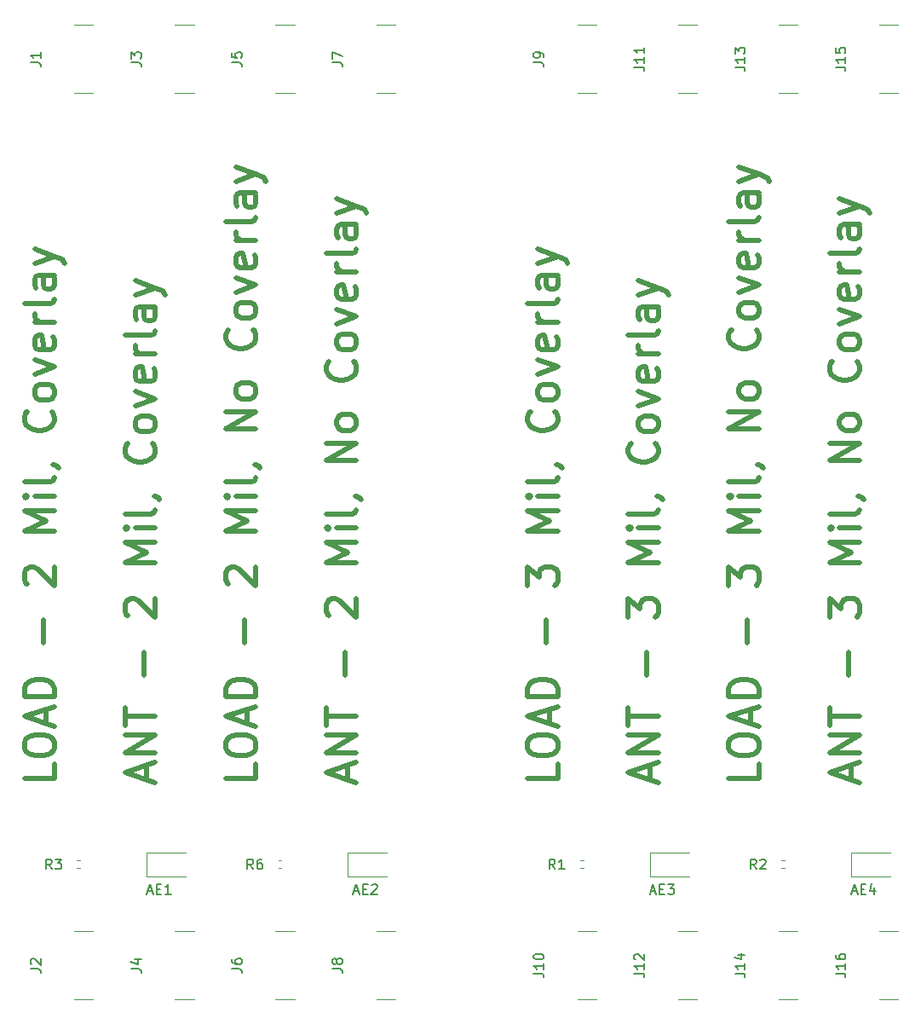
<source format=gbr>
%TF.GenerationSoftware,KiCad,Pcbnew,8.0.3*%
%TF.CreationDate,2024-06-16T14:00:48-05:00*%
%TF.ProjectId,jlcpcb flex RF,6a6c6370-6362-4206-966c-65782052462e,rev?*%
%TF.SameCoordinates,Original*%
%TF.FileFunction,Legend,Top*%
%TF.FilePolarity,Positive*%
%FSLAX46Y46*%
G04 Gerber Fmt 4.6, Leading zero omitted, Abs format (unit mm)*
G04 Created by KiCad (PCBNEW 8.0.3) date 2024-06-16 14:00:48*
%MOMM*%
%LPD*%
G01*
G04 APERTURE LIST*
%ADD10C,0.500000*%
%ADD11C,0.150000*%
%ADD12C,0.120000*%
G04 APERTURE END LIST*
D10*
X86249714Y-126599624D02*
X86249714Y-125171053D01*
X87106857Y-126885338D02*
X84106857Y-125885338D01*
X84106857Y-125885338D02*
X87106857Y-124885338D01*
X87106857Y-123885338D02*
X84106857Y-123885338D01*
X84106857Y-123885338D02*
X87106857Y-122171052D01*
X87106857Y-122171052D02*
X84106857Y-122171052D01*
X84106857Y-121171052D02*
X84106857Y-119456767D01*
X87106857Y-120313909D02*
X84106857Y-120313909D01*
X85964000Y-116171053D02*
X85964000Y-113885339D01*
X84392571Y-110313910D02*
X84249714Y-110171053D01*
X84249714Y-110171053D02*
X84106857Y-109885339D01*
X84106857Y-109885339D02*
X84106857Y-109171053D01*
X84106857Y-109171053D02*
X84249714Y-108885339D01*
X84249714Y-108885339D02*
X84392571Y-108742481D01*
X84392571Y-108742481D02*
X84678285Y-108599624D01*
X84678285Y-108599624D02*
X84964000Y-108599624D01*
X84964000Y-108599624D02*
X85392571Y-108742481D01*
X85392571Y-108742481D02*
X87106857Y-110456767D01*
X87106857Y-110456767D02*
X87106857Y-108599624D01*
X87106857Y-105028196D02*
X84106857Y-105028196D01*
X84106857Y-105028196D02*
X86249714Y-104028196D01*
X86249714Y-104028196D02*
X84106857Y-103028196D01*
X84106857Y-103028196D02*
X87106857Y-103028196D01*
X87106857Y-101599625D02*
X85106857Y-101599625D01*
X84106857Y-101599625D02*
X84249714Y-101742482D01*
X84249714Y-101742482D02*
X84392571Y-101599625D01*
X84392571Y-101599625D02*
X84249714Y-101456768D01*
X84249714Y-101456768D02*
X84106857Y-101599625D01*
X84106857Y-101599625D02*
X84392571Y-101599625D01*
X87106857Y-99742482D02*
X86964000Y-100028197D01*
X86964000Y-100028197D02*
X86678285Y-100171054D01*
X86678285Y-100171054D02*
X84106857Y-100171054D01*
X86964000Y-98456768D02*
X87106857Y-98456768D01*
X87106857Y-98456768D02*
X87392571Y-98599625D01*
X87392571Y-98599625D02*
X87535428Y-98742482D01*
X87106857Y-94885340D02*
X84106857Y-94885340D01*
X84106857Y-94885340D02*
X87106857Y-93171054D01*
X87106857Y-93171054D02*
X84106857Y-93171054D01*
X87106857Y-91313911D02*
X86964000Y-91599626D01*
X86964000Y-91599626D02*
X86821142Y-91742483D01*
X86821142Y-91742483D02*
X86535428Y-91885340D01*
X86535428Y-91885340D02*
X85678285Y-91885340D01*
X85678285Y-91885340D02*
X85392571Y-91742483D01*
X85392571Y-91742483D02*
X85249714Y-91599626D01*
X85249714Y-91599626D02*
X85106857Y-91313911D01*
X85106857Y-91313911D02*
X85106857Y-90885340D01*
X85106857Y-90885340D02*
X85249714Y-90599626D01*
X85249714Y-90599626D02*
X85392571Y-90456769D01*
X85392571Y-90456769D02*
X85678285Y-90313911D01*
X85678285Y-90313911D02*
X86535428Y-90313911D01*
X86535428Y-90313911D02*
X86821142Y-90456769D01*
X86821142Y-90456769D02*
X86964000Y-90599626D01*
X86964000Y-90599626D02*
X87106857Y-90885340D01*
X87106857Y-90885340D02*
X87106857Y-91313911D01*
X86821142Y-85028197D02*
X86964000Y-85171054D01*
X86964000Y-85171054D02*
X87106857Y-85599626D01*
X87106857Y-85599626D02*
X87106857Y-85885340D01*
X87106857Y-85885340D02*
X86964000Y-86313911D01*
X86964000Y-86313911D02*
X86678285Y-86599626D01*
X86678285Y-86599626D02*
X86392571Y-86742483D01*
X86392571Y-86742483D02*
X85821142Y-86885340D01*
X85821142Y-86885340D02*
X85392571Y-86885340D01*
X85392571Y-86885340D02*
X84821142Y-86742483D01*
X84821142Y-86742483D02*
X84535428Y-86599626D01*
X84535428Y-86599626D02*
X84249714Y-86313911D01*
X84249714Y-86313911D02*
X84106857Y-85885340D01*
X84106857Y-85885340D02*
X84106857Y-85599626D01*
X84106857Y-85599626D02*
X84249714Y-85171054D01*
X84249714Y-85171054D02*
X84392571Y-85028197D01*
X87106857Y-83313911D02*
X86964000Y-83599626D01*
X86964000Y-83599626D02*
X86821142Y-83742483D01*
X86821142Y-83742483D02*
X86535428Y-83885340D01*
X86535428Y-83885340D02*
X85678285Y-83885340D01*
X85678285Y-83885340D02*
X85392571Y-83742483D01*
X85392571Y-83742483D02*
X85249714Y-83599626D01*
X85249714Y-83599626D02*
X85106857Y-83313911D01*
X85106857Y-83313911D02*
X85106857Y-82885340D01*
X85106857Y-82885340D02*
X85249714Y-82599626D01*
X85249714Y-82599626D02*
X85392571Y-82456769D01*
X85392571Y-82456769D02*
X85678285Y-82313911D01*
X85678285Y-82313911D02*
X86535428Y-82313911D01*
X86535428Y-82313911D02*
X86821142Y-82456769D01*
X86821142Y-82456769D02*
X86964000Y-82599626D01*
X86964000Y-82599626D02*
X87106857Y-82885340D01*
X87106857Y-82885340D02*
X87106857Y-83313911D01*
X85106857Y-81313911D02*
X87106857Y-80599625D01*
X87106857Y-80599625D02*
X85106857Y-79885340D01*
X86964000Y-77599626D02*
X87106857Y-77885340D01*
X87106857Y-77885340D02*
X87106857Y-78456769D01*
X87106857Y-78456769D02*
X86964000Y-78742483D01*
X86964000Y-78742483D02*
X86678285Y-78885340D01*
X86678285Y-78885340D02*
X85535428Y-78885340D01*
X85535428Y-78885340D02*
X85249714Y-78742483D01*
X85249714Y-78742483D02*
X85106857Y-78456769D01*
X85106857Y-78456769D02*
X85106857Y-77885340D01*
X85106857Y-77885340D02*
X85249714Y-77599626D01*
X85249714Y-77599626D02*
X85535428Y-77456769D01*
X85535428Y-77456769D02*
X85821142Y-77456769D01*
X85821142Y-77456769D02*
X86106857Y-78885340D01*
X87106857Y-76171054D02*
X85106857Y-76171054D01*
X85678285Y-76171054D02*
X85392571Y-76028197D01*
X85392571Y-76028197D02*
X85249714Y-75885340D01*
X85249714Y-75885340D02*
X85106857Y-75599625D01*
X85106857Y-75599625D02*
X85106857Y-75313911D01*
X87106857Y-73885339D02*
X86964000Y-74171054D01*
X86964000Y-74171054D02*
X86678285Y-74313911D01*
X86678285Y-74313911D02*
X84106857Y-74313911D01*
X87106857Y-71456768D02*
X85535428Y-71456768D01*
X85535428Y-71456768D02*
X85249714Y-71599625D01*
X85249714Y-71599625D02*
X85106857Y-71885339D01*
X85106857Y-71885339D02*
X85106857Y-72456768D01*
X85106857Y-72456768D02*
X85249714Y-72742482D01*
X86964000Y-71456768D02*
X87106857Y-71742482D01*
X87106857Y-71742482D02*
X87106857Y-72456768D01*
X87106857Y-72456768D02*
X86964000Y-72742482D01*
X86964000Y-72742482D02*
X86678285Y-72885339D01*
X86678285Y-72885339D02*
X86392571Y-72885339D01*
X86392571Y-72885339D02*
X86106857Y-72742482D01*
X86106857Y-72742482D02*
X85964000Y-72456768D01*
X85964000Y-72456768D02*
X85964000Y-71742482D01*
X85964000Y-71742482D02*
X85821142Y-71456768D01*
X85106857Y-70313910D02*
X87106857Y-69599624D01*
X85106857Y-68885339D02*
X87106857Y-69599624D01*
X87106857Y-69599624D02*
X87821142Y-69885339D01*
X87821142Y-69885339D02*
X87964000Y-70028196D01*
X87964000Y-70028196D02*
X88106857Y-70313910D01*
X116249714Y-126599624D02*
X116249714Y-125171053D01*
X117106857Y-126885338D02*
X114106857Y-125885338D01*
X114106857Y-125885338D02*
X117106857Y-124885338D01*
X117106857Y-123885338D02*
X114106857Y-123885338D01*
X114106857Y-123885338D02*
X117106857Y-122171052D01*
X117106857Y-122171052D02*
X114106857Y-122171052D01*
X114106857Y-121171052D02*
X114106857Y-119456767D01*
X117106857Y-120313909D02*
X114106857Y-120313909D01*
X115964000Y-116171053D02*
X115964000Y-113885339D01*
X114106857Y-110456767D02*
X114106857Y-108599624D01*
X114106857Y-108599624D02*
X115249714Y-109599624D01*
X115249714Y-109599624D02*
X115249714Y-109171053D01*
X115249714Y-109171053D02*
X115392571Y-108885339D01*
X115392571Y-108885339D02*
X115535428Y-108742481D01*
X115535428Y-108742481D02*
X115821142Y-108599624D01*
X115821142Y-108599624D02*
X116535428Y-108599624D01*
X116535428Y-108599624D02*
X116821142Y-108742481D01*
X116821142Y-108742481D02*
X116964000Y-108885339D01*
X116964000Y-108885339D02*
X117106857Y-109171053D01*
X117106857Y-109171053D02*
X117106857Y-110028196D01*
X117106857Y-110028196D02*
X116964000Y-110313910D01*
X116964000Y-110313910D02*
X116821142Y-110456767D01*
X117106857Y-105028196D02*
X114106857Y-105028196D01*
X114106857Y-105028196D02*
X116249714Y-104028196D01*
X116249714Y-104028196D02*
X114106857Y-103028196D01*
X114106857Y-103028196D02*
X117106857Y-103028196D01*
X117106857Y-101599625D02*
X115106857Y-101599625D01*
X114106857Y-101599625D02*
X114249714Y-101742482D01*
X114249714Y-101742482D02*
X114392571Y-101599625D01*
X114392571Y-101599625D02*
X114249714Y-101456768D01*
X114249714Y-101456768D02*
X114106857Y-101599625D01*
X114106857Y-101599625D02*
X114392571Y-101599625D01*
X117106857Y-99742482D02*
X116964000Y-100028197D01*
X116964000Y-100028197D02*
X116678285Y-100171054D01*
X116678285Y-100171054D02*
X114106857Y-100171054D01*
X116964000Y-98456768D02*
X117106857Y-98456768D01*
X117106857Y-98456768D02*
X117392571Y-98599625D01*
X117392571Y-98599625D02*
X117535428Y-98742482D01*
X116821142Y-93171054D02*
X116964000Y-93313911D01*
X116964000Y-93313911D02*
X117106857Y-93742483D01*
X117106857Y-93742483D02*
X117106857Y-94028197D01*
X117106857Y-94028197D02*
X116964000Y-94456768D01*
X116964000Y-94456768D02*
X116678285Y-94742483D01*
X116678285Y-94742483D02*
X116392571Y-94885340D01*
X116392571Y-94885340D02*
X115821142Y-95028197D01*
X115821142Y-95028197D02*
X115392571Y-95028197D01*
X115392571Y-95028197D02*
X114821142Y-94885340D01*
X114821142Y-94885340D02*
X114535428Y-94742483D01*
X114535428Y-94742483D02*
X114249714Y-94456768D01*
X114249714Y-94456768D02*
X114106857Y-94028197D01*
X114106857Y-94028197D02*
X114106857Y-93742483D01*
X114106857Y-93742483D02*
X114249714Y-93313911D01*
X114249714Y-93313911D02*
X114392571Y-93171054D01*
X117106857Y-91456768D02*
X116964000Y-91742483D01*
X116964000Y-91742483D02*
X116821142Y-91885340D01*
X116821142Y-91885340D02*
X116535428Y-92028197D01*
X116535428Y-92028197D02*
X115678285Y-92028197D01*
X115678285Y-92028197D02*
X115392571Y-91885340D01*
X115392571Y-91885340D02*
X115249714Y-91742483D01*
X115249714Y-91742483D02*
X115106857Y-91456768D01*
X115106857Y-91456768D02*
X115106857Y-91028197D01*
X115106857Y-91028197D02*
X115249714Y-90742483D01*
X115249714Y-90742483D02*
X115392571Y-90599626D01*
X115392571Y-90599626D02*
X115678285Y-90456768D01*
X115678285Y-90456768D02*
X116535428Y-90456768D01*
X116535428Y-90456768D02*
X116821142Y-90599626D01*
X116821142Y-90599626D02*
X116964000Y-90742483D01*
X116964000Y-90742483D02*
X117106857Y-91028197D01*
X117106857Y-91028197D02*
X117106857Y-91456768D01*
X115106857Y-89456768D02*
X117106857Y-88742482D01*
X117106857Y-88742482D02*
X115106857Y-88028197D01*
X116964000Y-85742483D02*
X117106857Y-86028197D01*
X117106857Y-86028197D02*
X117106857Y-86599626D01*
X117106857Y-86599626D02*
X116964000Y-86885340D01*
X116964000Y-86885340D02*
X116678285Y-87028197D01*
X116678285Y-87028197D02*
X115535428Y-87028197D01*
X115535428Y-87028197D02*
X115249714Y-86885340D01*
X115249714Y-86885340D02*
X115106857Y-86599626D01*
X115106857Y-86599626D02*
X115106857Y-86028197D01*
X115106857Y-86028197D02*
X115249714Y-85742483D01*
X115249714Y-85742483D02*
X115535428Y-85599626D01*
X115535428Y-85599626D02*
X115821142Y-85599626D01*
X115821142Y-85599626D02*
X116106857Y-87028197D01*
X117106857Y-84313911D02*
X115106857Y-84313911D01*
X115678285Y-84313911D02*
X115392571Y-84171054D01*
X115392571Y-84171054D02*
X115249714Y-84028197D01*
X115249714Y-84028197D02*
X115106857Y-83742482D01*
X115106857Y-83742482D02*
X115106857Y-83456768D01*
X117106857Y-82028196D02*
X116964000Y-82313911D01*
X116964000Y-82313911D02*
X116678285Y-82456768D01*
X116678285Y-82456768D02*
X114106857Y-82456768D01*
X117106857Y-79599625D02*
X115535428Y-79599625D01*
X115535428Y-79599625D02*
X115249714Y-79742482D01*
X115249714Y-79742482D02*
X115106857Y-80028196D01*
X115106857Y-80028196D02*
X115106857Y-80599625D01*
X115106857Y-80599625D02*
X115249714Y-80885339D01*
X116964000Y-79599625D02*
X117106857Y-79885339D01*
X117106857Y-79885339D02*
X117106857Y-80599625D01*
X117106857Y-80599625D02*
X116964000Y-80885339D01*
X116964000Y-80885339D02*
X116678285Y-81028196D01*
X116678285Y-81028196D02*
X116392571Y-81028196D01*
X116392571Y-81028196D02*
X116106857Y-80885339D01*
X116106857Y-80885339D02*
X115964000Y-80599625D01*
X115964000Y-80599625D02*
X115964000Y-79885339D01*
X115964000Y-79885339D02*
X115821142Y-79599625D01*
X115106857Y-78456767D02*
X117106857Y-77742481D01*
X115106857Y-77028196D02*
X117106857Y-77742481D01*
X117106857Y-77742481D02*
X117821142Y-78028196D01*
X117821142Y-78028196D02*
X117964000Y-78171053D01*
X117964000Y-78171053D02*
X118106857Y-78456767D01*
X57106857Y-125028195D02*
X57106857Y-126456767D01*
X57106857Y-126456767D02*
X54106857Y-126456767D01*
X54106857Y-123456767D02*
X54106857Y-122885339D01*
X54106857Y-122885339D02*
X54249714Y-122599624D01*
X54249714Y-122599624D02*
X54535428Y-122313910D01*
X54535428Y-122313910D02*
X55106857Y-122171053D01*
X55106857Y-122171053D02*
X56106857Y-122171053D01*
X56106857Y-122171053D02*
X56678285Y-122313910D01*
X56678285Y-122313910D02*
X56964000Y-122599624D01*
X56964000Y-122599624D02*
X57106857Y-122885339D01*
X57106857Y-122885339D02*
X57106857Y-123456767D01*
X57106857Y-123456767D02*
X56964000Y-123742482D01*
X56964000Y-123742482D02*
X56678285Y-124028196D01*
X56678285Y-124028196D02*
X56106857Y-124171053D01*
X56106857Y-124171053D02*
X55106857Y-124171053D01*
X55106857Y-124171053D02*
X54535428Y-124028196D01*
X54535428Y-124028196D02*
X54249714Y-123742482D01*
X54249714Y-123742482D02*
X54106857Y-123456767D01*
X56249714Y-121028196D02*
X56249714Y-119599625D01*
X57106857Y-121313910D02*
X54106857Y-120313910D01*
X54106857Y-120313910D02*
X57106857Y-119313910D01*
X57106857Y-118313910D02*
X54106857Y-118313910D01*
X54106857Y-118313910D02*
X54106857Y-117599624D01*
X54106857Y-117599624D02*
X54249714Y-117171053D01*
X54249714Y-117171053D02*
X54535428Y-116885338D01*
X54535428Y-116885338D02*
X54821142Y-116742481D01*
X54821142Y-116742481D02*
X55392571Y-116599624D01*
X55392571Y-116599624D02*
X55821142Y-116599624D01*
X55821142Y-116599624D02*
X56392571Y-116742481D01*
X56392571Y-116742481D02*
X56678285Y-116885338D01*
X56678285Y-116885338D02*
X56964000Y-117171053D01*
X56964000Y-117171053D02*
X57106857Y-117599624D01*
X57106857Y-117599624D02*
X57106857Y-118313910D01*
X55964000Y-113028196D02*
X55964000Y-110742482D01*
X54392571Y-107171053D02*
X54249714Y-107028196D01*
X54249714Y-107028196D02*
X54106857Y-106742482D01*
X54106857Y-106742482D02*
X54106857Y-106028196D01*
X54106857Y-106028196D02*
X54249714Y-105742482D01*
X54249714Y-105742482D02*
X54392571Y-105599624D01*
X54392571Y-105599624D02*
X54678285Y-105456767D01*
X54678285Y-105456767D02*
X54964000Y-105456767D01*
X54964000Y-105456767D02*
X55392571Y-105599624D01*
X55392571Y-105599624D02*
X57106857Y-107313910D01*
X57106857Y-107313910D02*
X57106857Y-105456767D01*
X57106857Y-101885339D02*
X54106857Y-101885339D01*
X54106857Y-101885339D02*
X56249714Y-100885339D01*
X56249714Y-100885339D02*
X54106857Y-99885339D01*
X54106857Y-99885339D02*
X57106857Y-99885339D01*
X57106857Y-98456768D02*
X55106857Y-98456768D01*
X54106857Y-98456768D02*
X54249714Y-98599625D01*
X54249714Y-98599625D02*
X54392571Y-98456768D01*
X54392571Y-98456768D02*
X54249714Y-98313911D01*
X54249714Y-98313911D02*
X54106857Y-98456768D01*
X54106857Y-98456768D02*
X54392571Y-98456768D01*
X57106857Y-96599625D02*
X56964000Y-96885340D01*
X56964000Y-96885340D02*
X56678285Y-97028197D01*
X56678285Y-97028197D02*
X54106857Y-97028197D01*
X56964000Y-95313911D02*
X57106857Y-95313911D01*
X57106857Y-95313911D02*
X57392571Y-95456768D01*
X57392571Y-95456768D02*
X57535428Y-95599625D01*
X56821142Y-90028197D02*
X56964000Y-90171054D01*
X56964000Y-90171054D02*
X57106857Y-90599626D01*
X57106857Y-90599626D02*
X57106857Y-90885340D01*
X57106857Y-90885340D02*
X56964000Y-91313911D01*
X56964000Y-91313911D02*
X56678285Y-91599626D01*
X56678285Y-91599626D02*
X56392571Y-91742483D01*
X56392571Y-91742483D02*
X55821142Y-91885340D01*
X55821142Y-91885340D02*
X55392571Y-91885340D01*
X55392571Y-91885340D02*
X54821142Y-91742483D01*
X54821142Y-91742483D02*
X54535428Y-91599626D01*
X54535428Y-91599626D02*
X54249714Y-91313911D01*
X54249714Y-91313911D02*
X54106857Y-90885340D01*
X54106857Y-90885340D02*
X54106857Y-90599626D01*
X54106857Y-90599626D02*
X54249714Y-90171054D01*
X54249714Y-90171054D02*
X54392571Y-90028197D01*
X57106857Y-88313911D02*
X56964000Y-88599626D01*
X56964000Y-88599626D02*
X56821142Y-88742483D01*
X56821142Y-88742483D02*
X56535428Y-88885340D01*
X56535428Y-88885340D02*
X55678285Y-88885340D01*
X55678285Y-88885340D02*
X55392571Y-88742483D01*
X55392571Y-88742483D02*
X55249714Y-88599626D01*
X55249714Y-88599626D02*
X55106857Y-88313911D01*
X55106857Y-88313911D02*
X55106857Y-87885340D01*
X55106857Y-87885340D02*
X55249714Y-87599626D01*
X55249714Y-87599626D02*
X55392571Y-87456769D01*
X55392571Y-87456769D02*
X55678285Y-87313911D01*
X55678285Y-87313911D02*
X56535428Y-87313911D01*
X56535428Y-87313911D02*
X56821142Y-87456769D01*
X56821142Y-87456769D02*
X56964000Y-87599626D01*
X56964000Y-87599626D02*
X57106857Y-87885340D01*
X57106857Y-87885340D02*
X57106857Y-88313911D01*
X55106857Y-86313911D02*
X57106857Y-85599625D01*
X57106857Y-85599625D02*
X55106857Y-84885340D01*
X56964000Y-82599626D02*
X57106857Y-82885340D01*
X57106857Y-82885340D02*
X57106857Y-83456769D01*
X57106857Y-83456769D02*
X56964000Y-83742483D01*
X56964000Y-83742483D02*
X56678285Y-83885340D01*
X56678285Y-83885340D02*
X55535428Y-83885340D01*
X55535428Y-83885340D02*
X55249714Y-83742483D01*
X55249714Y-83742483D02*
X55106857Y-83456769D01*
X55106857Y-83456769D02*
X55106857Y-82885340D01*
X55106857Y-82885340D02*
X55249714Y-82599626D01*
X55249714Y-82599626D02*
X55535428Y-82456769D01*
X55535428Y-82456769D02*
X55821142Y-82456769D01*
X55821142Y-82456769D02*
X56106857Y-83885340D01*
X57106857Y-81171054D02*
X55106857Y-81171054D01*
X55678285Y-81171054D02*
X55392571Y-81028197D01*
X55392571Y-81028197D02*
X55249714Y-80885340D01*
X55249714Y-80885340D02*
X55106857Y-80599625D01*
X55106857Y-80599625D02*
X55106857Y-80313911D01*
X57106857Y-78885339D02*
X56964000Y-79171054D01*
X56964000Y-79171054D02*
X56678285Y-79313911D01*
X56678285Y-79313911D02*
X54106857Y-79313911D01*
X57106857Y-76456768D02*
X55535428Y-76456768D01*
X55535428Y-76456768D02*
X55249714Y-76599625D01*
X55249714Y-76599625D02*
X55106857Y-76885339D01*
X55106857Y-76885339D02*
X55106857Y-77456768D01*
X55106857Y-77456768D02*
X55249714Y-77742482D01*
X56964000Y-76456768D02*
X57106857Y-76742482D01*
X57106857Y-76742482D02*
X57106857Y-77456768D01*
X57106857Y-77456768D02*
X56964000Y-77742482D01*
X56964000Y-77742482D02*
X56678285Y-77885339D01*
X56678285Y-77885339D02*
X56392571Y-77885339D01*
X56392571Y-77885339D02*
X56106857Y-77742482D01*
X56106857Y-77742482D02*
X55964000Y-77456768D01*
X55964000Y-77456768D02*
X55964000Y-76742482D01*
X55964000Y-76742482D02*
X55821142Y-76456768D01*
X55106857Y-75313910D02*
X57106857Y-74599624D01*
X55106857Y-73885339D02*
X57106857Y-74599624D01*
X57106857Y-74599624D02*
X57821142Y-74885339D01*
X57821142Y-74885339D02*
X57964000Y-75028196D01*
X57964000Y-75028196D02*
X58106857Y-75313910D01*
X77106857Y-125028195D02*
X77106857Y-126456767D01*
X77106857Y-126456767D02*
X74106857Y-126456767D01*
X74106857Y-123456767D02*
X74106857Y-122885339D01*
X74106857Y-122885339D02*
X74249714Y-122599624D01*
X74249714Y-122599624D02*
X74535428Y-122313910D01*
X74535428Y-122313910D02*
X75106857Y-122171053D01*
X75106857Y-122171053D02*
X76106857Y-122171053D01*
X76106857Y-122171053D02*
X76678285Y-122313910D01*
X76678285Y-122313910D02*
X76964000Y-122599624D01*
X76964000Y-122599624D02*
X77106857Y-122885339D01*
X77106857Y-122885339D02*
X77106857Y-123456767D01*
X77106857Y-123456767D02*
X76964000Y-123742482D01*
X76964000Y-123742482D02*
X76678285Y-124028196D01*
X76678285Y-124028196D02*
X76106857Y-124171053D01*
X76106857Y-124171053D02*
X75106857Y-124171053D01*
X75106857Y-124171053D02*
X74535428Y-124028196D01*
X74535428Y-124028196D02*
X74249714Y-123742482D01*
X74249714Y-123742482D02*
X74106857Y-123456767D01*
X76249714Y-121028196D02*
X76249714Y-119599625D01*
X77106857Y-121313910D02*
X74106857Y-120313910D01*
X74106857Y-120313910D02*
X77106857Y-119313910D01*
X77106857Y-118313910D02*
X74106857Y-118313910D01*
X74106857Y-118313910D02*
X74106857Y-117599624D01*
X74106857Y-117599624D02*
X74249714Y-117171053D01*
X74249714Y-117171053D02*
X74535428Y-116885338D01*
X74535428Y-116885338D02*
X74821142Y-116742481D01*
X74821142Y-116742481D02*
X75392571Y-116599624D01*
X75392571Y-116599624D02*
X75821142Y-116599624D01*
X75821142Y-116599624D02*
X76392571Y-116742481D01*
X76392571Y-116742481D02*
X76678285Y-116885338D01*
X76678285Y-116885338D02*
X76964000Y-117171053D01*
X76964000Y-117171053D02*
X77106857Y-117599624D01*
X77106857Y-117599624D02*
X77106857Y-118313910D01*
X75964000Y-113028196D02*
X75964000Y-110742482D01*
X74392571Y-107171053D02*
X74249714Y-107028196D01*
X74249714Y-107028196D02*
X74106857Y-106742482D01*
X74106857Y-106742482D02*
X74106857Y-106028196D01*
X74106857Y-106028196D02*
X74249714Y-105742482D01*
X74249714Y-105742482D02*
X74392571Y-105599624D01*
X74392571Y-105599624D02*
X74678285Y-105456767D01*
X74678285Y-105456767D02*
X74964000Y-105456767D01*
X74964000Y-105456767D02*
X75392571Y-105599624D01*
X75392571Y-105599624D02*
X77106857Y-107313910D01*
X77106857Y-107313910D02*
X77106857Y-105456767D01*
X77106857Y-101885339D02*
X74106857Y-101885339D01*
X74106857Y-101885339D02*
X76249714Y-100885339D01*
X76249714Y-100885339D02*
X74106857Y-99885339D01*
X74106857Y-99885339D02*
X77106857Y-99885339D01*
X77106857Y-98456768D02*
X75106857Y-98456768D01*
X74106857Y-98456768D02*
X74249714Y-98599625D01*
X74249714Y-98599625D02*
X74392571Y-98456768D01*
X74392571Y-98456768D02*
X74249714Y-98313911D01*
X74249714Y-98313911D02*
X74106857Y-98456768D01*
X74106857Y-98456768D02*
X74392571Y-98456768D01*
X77106857Y-96599625D02*
X76964000Y-96885340D01*
X76964000Y-96885340D02*
X76678285Y-97028197D01*
X76678285Y-97028197D02*
X74106857Y-97028197D01*
X76964000Y-95313911D02*
X77106857Y-95313911D01*
X77106857Y-95313911D02*
X77392571Y-95456768D01*
X77392571Y-95456768D02*
X77535428Y-95599625D01*
X77106857Y-91742483D02*
X74106857Y-91742483D01*
X74106857Y-91742483D02*
X77106857Y-90028197D01*
X77106857Y-90028197D02*
X74106857Y-90028197D01*
X77106857Y-88171054D02*
X76964000Y-88456769D01*
X76964000Y-88456769D02*
X76821142Y-88599626D01*
X76821142Y-88599626D02*
X76535428Y-88742483D01*
X76535428Y-88742483D02*
X75678285Y-88742483D01*
X75678285Y-88742483D02*
X75392571Y-88599626D01*
X75392571Y-88599626D02*
X75249714Y-88456769D01*
X75249714Y-88456769D02*
X75106857Y-88171054D01*
X75106857Y-88171054D02*
X75106857Y-87742483D01*
X75106857Y-87742483D02*
X75249714Y-87456769D01*
X75249714Y-87456769D02*
X75392571Y-87313912D01*
X75392571Y-87313912D02*
X75678285Y-87171054D01*
X75678285Y-87171054D02*
X76535428Y-87171054D01*
X76535428Y-87171054D02*
X76821142Y-87313912D01*
X76821142Y-87313912D02*
X76964000Y-87456769D01*
X76964000Y-87456769D02*
X77106857Y-87742483D01*
X77106857Y-87742483D02*
X77106857Y-88171054D01*
X76821142Y-81885340D02*
X76964000Y-82028197D01*
X76964000Y-82028197D02*
X77106857Y-82456769D01*
X77106857Y-82456769D02*
X77106857Y-82742483D01*
X77106857Y-82742483D02*
X76964000Y-83171054D01*
X76964000Y-83171054D02*
X76678285Y-83456769D01*
X76678285Y-83456769D02*
X76392571Y-83599626D01*
X76392571Y-83599626D02*
X75821142Y-83742483D01*
X75821142Y-83742483D02*
X75392571Y-83742483D01*
X75392571Y-83742483D02*
X74821142Y-83599626D01*
X74821142Y-83599626D02*
X74535428Y-83456769D01*
X74535428Y-83456769D02*
X74249714Y-83171054D01*
X74249714Y-83171054D02*
X74106857Y-82742483D01*
X74106857Y-82742483D02*
X74106857Y-82456769D01*
X74106857Y-82456769D02*
X74249714Y-82028197D01*
X74249714Y-82028197D02*
X74392571Y-81885340D01*
X77106857Y-80171054D02*
X76964000Y-80456769D01*
X76964000Y-80456769D02*
X76821142Y-80599626D01*
X76821142Y-80599626D02*
X76535428Y-80742483D01*
X76535428Y-80742483D02*
X75678285Y-80742483D01*
X75678285Y-80742483D02*
X75392571Y-80599626D01*
X75392571Y-80599626D02*
X75249714Y-80456769D01*
X75249714Y-80456769D02*
X75106857Y-80171054D01*
X75106857Y-80171054D02*
X75106857Y-79742483D01*
X75106857Y-79742483D02*
X75249714Y-79456769D01*
X75249714Y-79456769D02*
X75392571Y-79313912D01*
X75392571Y-79313912D02*
X75678285Y-79171054D01*
X75678285Y-79171054D02*
X76535428Y-79171054D01*
X76535428Y-79171054D02*
X76821142Y-79313912D01*
X76821142Y-79313912D02*
X76964000Y-79456769D01*
X76964000Y-79456769D02*
X77106857Y-79742483D01*
X77106857Y-79742483D02*
X77106857Y-80171054D01*
X75106857Y-78171054D02*
X77106857Y-77456768D01*
X77106857Y-77456768D02*
X75106857Y-76742483D01*
X76964000Y-74456769D02*
X77106857Y-74742483D01*
X77106857Y-74742483D02*
X77106857Y-75313912D01*
X77106857Y-75313912D02*
X76964000Y-75599626D01*
X76964000Y-75599626D02*
X76678285Y-75742483D01*
X76678285Y-75742483D02*
X75535428Y-75742483D01*
X75535428Y-75742483D02*
X75249714Y-75599626D01*
X75249714Y-75599626D02*
X75106857Y-75313912D01*
X75106857Y-75313912D02*
X75106857Y-74742483D01*
X75106857Y-74742483D02*
X75249714Y-74456769D01*
X75249714Y-74456769D02*
X75535428Y-74313912D01*
X75535428Y-74313912D02*
X75821142Y-74313912D01*
X75821142Y-74313912D02*
X76106857Y-75742483D01*
X77106857Y-73028197D02*
X75106857Y-73028197D01*
X75678285Y-73028197D02*
X75392571Y-72885340D01*
X75392571Y-72885340D02*
X75249714Y-72742483D01*
X75249714Y-72742483D02*
X75106857Y-72456768D01*
X75106857Y-72456768D02*
X75106857Y-72171054D01*
X77106857Y-70742482D02*
X76964000Y-71028197D01*
X76964000Y-71028197D02*
X76678285Y-71171054D01*
X76678285Y-71171054D02*
X74106857Y-71171054D01*
X77106857Y-68313911D02*
X75535428Y-68313911D01*
X75535428Y-68313911D02*
X75249714Y-68456768D01*
X75249714Y-68456768D02*
X75106857Y-68742482D01*
X75106857Y-68742482D02*
X75106857Y-69313911D01*
X75106857Y-69313911D02*
X75249714Y-69599625D01*
X76964000Y-68313911D02*
X77106857Y-68599625D01*
X77106857Y-68599625D02*
X77106857Y-69313911D01*
X77106857Y-69313911D02*
X76964000Y-69599625D01*
X76964000Y-69599625D02*
X76678285Y-69742482D01*
X76678285Y-69742482D02*
X76392571Y-69742482D01*
X76392571Y-69742482D02*
X76106857Y-69599625D01*
X76106857Y-69599625D02*
X75964000Y-69313911D01*
X75964000Y-69313911D02*
X75964000Y-68599625D01*
X75964000Y-68599625D02*
X75821142Y-68313911D01*
X75106857Y-67171053D02*
X77106857Y-66456767D01*
X75106857Y-65742482D02*
X77106857Y-66456767D01*
X77106857Y-66456767D02*
X77821142Y-66742482D01*
X77821142Y-66742482D02*
X77964000Y-66885339D01*
X77964000Y-66885339D02*
X78106857Y-67171053D01*
X127106857Y-125028195D02*
X127106857Y-126456767D01*
X127106857Y-126456767D02*
X124106857Y-126456767D01*
X124106857Y-123456767D02*
X124106857Y-122885339D01*
X124106857Y-122885339D02*
X124249714Y-122599624D01*
X124249714Y-122599624D02*
X124535428Y-122313910D01*
X124535428Y-122313910D02*
X125106857Y-122171053D01*
X125106857Y-122171053D02*
X126106857Y-122171053D01*
X126106857Y-122171053D02*
X126678285Y-122313910D01*
X126678285Y-122313910D02*
X126964000Y-122599624D01*
X126964000Y-122599624D02*
X127106857Y-122885339D01*
X127106857Y-122885339D02*
X127106857Y-123456767D01*
X127106857Y-123456767D02*
X126964000Y-123742482D01*
X126964000Y-123742482D02*
X126678285Y-124028196D01*
X126678285Y-124028196D02*
X126106857Y-124171053D01*
X126106857Y-124171053D02*
X125106857Y-124171053D01*
X125106857Y-124171053D02*
X124535428Y-124028196D01*
X124535428Y-124028196D02*
X124249714Y-123742482D01*
X124249714Y-123742482D02*
X124106857Y-123456767D01*
X126249714Y-121028196D02*
X126249714Y-119599625D01*
X127106857Y-121313910D02*
X124106857Y-120313910D01*
X124106857Y-120313910D02*
X127106857Y-119313910D01*
X127106857Y-118313910D02*
X124106857Y-118313910D01*
X124106857Y-118313910D02*
X124106857Y-117599624D01*
X124106857Y-117599624D02*
X124249714Y-117171053D01*
X124249714Y-117171053D02*
X124535428Y-116885338D01*
X124535428Y-116885338D02*
X124821142Y-116742481D01*
X124821142Y-116742481D02*
X125392571Y-116599624D01*
X125392571Y-116599624D02*
X125821142Y-116599624D01*
X125821142Y-116599624D02*
X126392571Y-116742481D01*
X126392571Y-116742481D02*
X126678285Y-116885338D01*
X126678285Y-116885338D02*
X126964000Y-117171053D01*
X126964000Y-117171053D02*
X127106857Y-117599624D01*
X127106857Y-117599624D02*
X127106857Y-118313910D01*
X125964000Y-113028196D02*
X125964000Y-110742482D01*
X124106857Y-107313910D02*
X124106857Y-105456767D01*
X124106857Y-105456767D02*
X125249714Y-106456767D01*
X125249714Y-106456767D02*
X125249714Y-106028196D01*
X125249714Y-106028196D02*
X125392571Y-105742482D01*
X125392571Y-105742482D02*
X125535428Y-105599624D01*
X125535428Y-105599624D02*
X125821142Y-105456767D01*
X125821142Y-105456767D02*
X126535428Y-105456767D01*
X126535428Y-105456767D02*
X126821142Y-105599624D01*
X126821142Y-105599624D02*
X126964000Y-105742482D01*
X126964000Y-105742482D02*
X127106857Y-106028196D01*
X127106857Y-106028196D02*
X127106857Y-106885339D01*
X127106857Y-106885339D02*
X126964000Y-107171053D01*
X126964000Y-107171053D02*
X126821142Y-107313910D01*
X127106857Y-101885339D02*
X124106857Y-101885339D01*
X124106857Y-101885339D02*
X126249714Y-100885339D01*
X126249714Y-100885339D02*
X124106857Y-99885339D01*
X124106857Y-99885339D02*
X127106857Y-99885339D01*
X127106857Y-98456768D02*
X125106857Y-98456768D01*
X124106857Y-98456768D02*
X124249714Y-98599625D01*
X124249714Y-98599625D02*
X124392571Y-98456768D01*
X124392571Y-98456768D02*
X124249714Y-98313911D01*
X124249714Y-98313911D02*
X124106857Y-98456768D01*
X124106857Y-98456768D02*
X124392571Y-98456768D01*
X127106857Y-96599625D02*
X126964000Y-96885340D01*
X126964000Y-96885340D02*
X126678285Y-97028197D01*
X126678285Y-97028197D02*
X124106857Y-97028197D01*
X126964000Y-95313911D02*
X127106857Y-95313911D01*
X127106857Y-95313911D02*
X127392571Y-95456768D01*
X127392571Y-95456768D02*
X127535428Y-95599625D01*
X127106857Y-91742483D02*
X124106857Y-91742483D01*
X124106857Y-91742483D02*
X127106857Y-90028197D01*
X127106857Y-90028197D02*
X124106857Y-90028197D01*
X127106857Y-88171054D02*
X126964000Y-88456769D01*
X126964000Y-88456769D02*
X126821142Y-88599626D01*
X126821142Y-88599626D02*
X126535428Y-88742483D01*
X126535428Y-88742483D02*
X125678285Y-88742483D01*
X125678285Y-88742483D02*
X125392571Y-88599626D01*
X125392571Y-88599626D02*
X125249714Y-88456769D01*
X125249714Y-88456769D02*
X125106857Y-88171054D01*
X125106857Y-88171054D02*
X125106857Y-87742483D01*
X125106857Y-87742483D02*
X125249714Y-87456769D01*
X125249714Y-87456769D02*
X125392571Y-87313912D01*
X125392571Y-87313912D02*
X125678285Y-87171054D01*
X125678285Y-87171054D02*
X126535428Y-87171054D01*
X126535428Y-87171054D02*
X126821142Y-87313912D01*
X126821142Y-87313912D02*
X126964000Y-87456769D01*
X126964000Y-87456769D02*
X127106857Y-87742483D01*
X127106857Y-87742483D02*
X127106857Y-88171054D01*
X126821142Y-81885340D02*
X126964000Y-82028197D01*
X126964000Y-82028197D02*
X127106857Y-82456769D01*
X127106857Y-82456769D02*
X127106857Y-82742483D01*
X127106857Y-82742483D02*
X126964000Y-83171054D01*
X126964000Y-83171054D02*
X126678285Y-83456769D01*
X126678285Y-83456769D02*
X126392571Y-83599626D01*
X126392571Y-83599626D02*
X125821142Y-83742483D01*
X125821142Y-83742483D02*
X125392571Y-83742483D01*
X125392571Y-83742483D02*
X124821142Y-83599626D01*
X124821142Y-83599626D02*
X124535428Y-83456769D01*
X124535428Y-83456769D02*
X124249714Y-83171054D01*
X124249714Y-83171054D02*
X124106857Y-82742483D01*
X124106857Y-82742483D02*
X124106857Y-82456769D01*
X124106857Y-82456769D02*
X124249714Y-82028197D01*
X124249714Y-82028197D02*
X124392571Y-81885340D01*
X127106857Y-80171054D02*
X126964000Y-80456769D01*
X126964000Y-80456769D02*
X126821142Y-80599626D01*
X126821142Y-80599626D02*
X126535428Y-80742483D01*
X126535428Y-80742483D02*
X125678285Y-80742483D01*
X125678285Y-80742483D02*
X125392571Y-80599626D01*
X125392571Y-80599626D02*
X125249714Y-80456769D01*
X125249714Y-80456769D02*
X125106857Y-80171054D01*
X125106857Y-80171054D02*
X125106857Y-79742483D01*
X125106857Y-79742483D02*
X125249714Y-79456769D01*
X125249714Y-79456769D02*
X125392571Y-79313912D01*
X125392571Y-79313912D02*
X125678285Y-79171054D01*
X125678285Y-79171054D02*
X126535428Y-79171054D01*
X126535428Y-79171054D02*
X126821142Y-79313912D01*
X126821142Y-79313912D02*
X126964000Y-79456769D01*
X126964000Y-79456769D02*
X127106857Y-79742483D01*
X127106857Y-79742483D02*
X127106857Y-80171054D01*
X125106857Y-78171054D02*
X127106857Y-77456768D01*
X127106857Y-77456768D02*
X125106857Y-76742483D01*
X126964000Y-74456769D02*
X127106857Y-74742483D01*
X127106857Y-74742483D02*
X127106857Y-75313912D01*
X127106857Y-75313912D02*
X126964000Y-75599626D01*
X126964000Y-75599626D02*
X126678285Y-75742483D01*
X126678285Y-75742483D02*
X125535428Y-75742483D01*
X125535428Y-75742483D02*
X125249714Y-75599626D01*
X125249714Y-75599626D02*
X125106857Y-75313912D01*
X125106857Y-75313912D02*
X125106857Y-74742483D01*
X125106857Y-74742483D02*
X125249714Y-74456769D01*
X125249714Y-74456769D02*
X125535428Y-74313912D01*
X125535428Y-74313912D02*
X125821142Y-74313912D01*
X125821142Y-74313912D02*
X126106857Y-75742483D01*
X127106857Y-73028197D02*
X125106857Y-73028197D01*
X125678285Y-73028197D02*
X125392571Y-72885340D01*
X125392571Y-72885340D02*
X125249714Y-72742483D01*
X125249714Y-72742483D02*
X125106857Y-72456768D01*
X125106857Y-72456768D02*
X125106857Y-72171054D01*
X127106857Y-70742482D02*
X126964000Y-71028197D01*
X126964000Y-71028197D02*
X126678285Y-71171054D01*
X126678285Y-71171054D02*
X124106857Y-71171054D01*
X127106857Y-68313911D02*
X125535428Y-68313911D01*
X125535428Y-68313911D02*
X125249714Y-68456768D01*
X125249714Y-68456768D02*
X125106857Y-68742482D01*
X125106857Y-68742482D02*
X125106857Y-69313911D01*
X125106857Y-69313911D02*
X125249714Y-69599625D01*
X126964000Y-68313911D02*
X127106857Y-68599625D01*
X127106857Y-68599625D02*
X127106857Y-69313911D01*
X127106857Y-69313911D02*
X126964000Y-69599625D01*
X126964000Y-69599625D02*
X126678285Y-69742482D01*
X126678285Y-69742482D02*
X126392571Y-69742482D01*
X126392571Y-69742482D02*
X126106857Y-69599625D01*
X126106857Y-69599625D02*
X125964000Y-69313911D01*
X125964000Y-69313911D02*
X125964000Y-68599625D01*
X125964000Y-68599625D02*
X125821142Y-68313911D01*
X125106857Y-67171053D02*
X127106857Y-66456767D01*
X125106857Y-65742482D02*
X127106857Y-66456767D01*
X127106857Y-66456767D02*
X127821142Y-66742482D01*
X127821142Y-66742482D02*
X127964000Y-66885339D01*
X127964000Y-66885339D02*
X128106857Y-67171053D01*
X66249714Y-126599624D02*
X66249714Y-125171053D01*
X67106857Y-126885338D02*
X64106857Y-125885338D01*
X64106857Y-125885338D02*
X67106857Y-124885338D01*
X67106857Y-123885338D02*
X64106857Y-123885338D01*
X64106857Y-123885338D02*
X67106857Y-122171052D01*
X67106857Y-122171052D02*
X64106857Y-122171052D01*
X64106857Y-121171052D02*
X64106857Y-119456767D01*
X67106857Y-120313909D02*
X64106857Y-120313909D01*
X65964000Y-116171053D02*
X65964000Y-113885339D01*
X64392571Y-110313910D02*
X64249714Y-110171053D01*
X64249714Y-110171053D02*
X64106857Y-109885339D01*
X64106857Y-109885339D02*
X64106857Y-109171053D01*
X64106857Y-109171053D02*
X64249714Y-108885339D01*
X64249714Y-108885339D02*
X64392571Y-108742481D01*
X64392571Y-108742481D02*
X64678285Y-108599624D01*
X64678285Y-108599624D02*
X64964000Y-108599624D01*
X64964000Y-108599624D02*
X65392571Y-108742481D01*
X65392571Y-108742481D02*
X67106857Y-110456767D01*
X67106857Y-110456767D02*
X67106857Y-108599624D01*
X67106857Y-105028196D02*
X64106857Y-105028196D01*
X64106857Y-105028196D02*
X66249714Y-104028196D01*
X66249714Y-104028196D02*
X64106857Y-103028196D01*
X64106857Y-103028196D02*
X67106857Y-103028196D01*
X67106857Y-101599625D02*
X65106857Y-101599625D01*
X64106857Y-101599625D02*
X64249714Y-101742482D01*
X64249714Y-101742482D02*
X64392571Y-101599625D01*
X64392571Y-101599625D02*
X64249714Y-101456768D01*
X64249714Y-101456768D02*
X64106857Y-101599625D01*
X64106857Y-101599625D02*
X64392571Y-101599625D01*
X67106857Y-99742482D02*
X66964000Y-100028197D01*
X66964000Y-100028197D02*
X66678285Y-100171054D01*
X66678285Y-100171054D02*
X64106857Y-100171054D01*
X66964000Y-98456768D02*
X67106857Y-98456768D01*
X67106857Y-98456768D02*
X67392571Y-98599625D01*
X67392571Y-98599625D02*
X67535428Y-98742482D01*
X66821142Y-93171054D02*
X66964000Y-93313911D01*
X66964000Y-93313911D02*
X67106857Y-93742483D01*
X67106857Y-93742483D02*
X67106857Y-94028197D01*
X67106857Y-94028197D02*
X66964000Y-94456768D01*
X66964000Y-94456768D02*
X66678285Y-94742483D01*
X66678285Y-94742483D02*
X66392571Y-94885340D01*
X66392571Y-94885340D02*
X65821142Y-95028197D01*
X65821142Y-95028197D02*
X65392571Y-95028197D01*
X65392571Y-95028197D02*
X64821142Y-94885340D01*
X64821142Y-94885340D02*
X64535428Y-94742483D01*
X64535428Y-94742483D02*
X64249714Y-94456768D01*
X64249714Y-94456768D02*
X64106857Y-94028197D01*
X64106857Y-94028197D02*
X64106857Y-93742483D01*
X64106857Y-93742483D02*
X64249714Y-93313911D01*
X64249714Y-93313911D02*
X64392571Y-93171054D01*
X67106857Y-91456768D02*
X66964000Y-91742483D01*
X66964000Y-91742483D02*
X66821142Y-91885340D01*
X66821142Y-91885340D02*
X66535428Y-92028197D01*
X66535428Y-92028197D02*
X65678285Y-92028197D01*
X65678285Y-92028197D02*
X65392571Y-91885340D01*
X65392571Y-91885340D02*
X65249714Y-91742483D01*
X65249714Y-91742483D02*
X65106857Y-91456768D01*
X65106857Y-91456768D02*
X65106857Y-91028197D01*
X65106857Y-91028197D02*
X65249714Y-90742483D01*
X65249714Y-90742483D02*
X65392571Y-90599626D01*
X65392571Y-90599626D02*
X65678285Y-90456768D01*
X65678285Y-90456768D02*
X66535428Y-90456768D01*
X66535428Y-90456768D02*
X66821142Y-90599626D01*
X66821142Y-90599626D02*
X66964000Y-90742483D01*
X66964000Y-90742483D02*
X67106857Y-91028197D01*
X67106857Y-91028197D02*
X67106857Y-91456768D01*
X65106857Y-89456768D02*
X67106857Y-88742482D01*
X67106857Y-88742482D02*
X65106857Y-88028197D01*
X66964000Y-85742483D02*
X67106857Y-86028197D01*
X67106857Y-86028197D02*
X67106857Y-86599626D01*
X67106857Y-86599626D02*
X66964000Y-86885340D01*
X66964000Y-86885340D02*
X66678285Y-87028197D01*
X66678285Y-87028197D02*
X65535428Y-87028197D01*
X65535428Y-87028197D02*
X65249714Y-86885340D01*
X65249714Y-86885340D02*
X65106857Y-86599626D01*
X65106857Y-86599626D02*
X65106857Y-86028197D01*
X65106857Y-86028197D02*
X65249714Y-85742483D01*
X65249714Y-85742483D02*
X65535428Y-85599626D01*
X65535428Y-85599626D02*
X65821142Y-85599626D01*
X65821142Y-85599626D02*
X66106857Y-87028197D01*
X67106857Y-84313911D02*
X65106857Y-84313911D01*
X65678285Y-84313911D02*
X65392571Y-84171054D01*
X65392571Y-84171054D02*
X65249714Y-84028197D01*
X65249714Y-84028197D02*
X65106857Y-83742482D01*
X65106857Y-83742482D02*
X65106857Y-83456768D01*
X67106857Y-82028196D02*
X66964000Y-82313911D01*
X66964000Y-82313911D02*
X66678285Y-82456768D01*
X66678285Y-82456768D02*
X64106857Y-82456768D01*
X67106857Y-79599625D02*
X65535428Y-79599625D01*
X65535428Y-79599625D02*
X65249714Y-79742482D01*
X65249714Y-79742482D02*
X65106857Y-80028196D01*
X65106857Y-80028196D02*
X65106857Y-80599625D01*
X65106857Y-80599625D02*
X65249714Y-80885339D01*
X66964000Y-79599625D02*
X67106857Y-79885339D01*
X67106857Y-79885339D02*
X67106857Y-80599625D01*
X67106857Y-80599625D02*
X66964000Y-80885339D01*
X66964000Y-80885339D02*
X66678285Y-81028196D01*
X66678285Y-81028196D02*
X66392571Y-81028196D01*
X66392571Y-81028196D02*
X66106857Y-80885339D01*
X66106857Y-80885339D02*
X65964000Y-80599625D01*
X65964000Y-80599625D02*
X65964000Y-79885339D01*
X65964000Y-79885339D02*
X65821142Y-79599625D01*
X65106857Y-78456767D02*
X67106857Y-77742481D01*
X65106857Y-77028196D02*
X67106857Y-77742481D01*
X67106857Y-77742481D02*
X67821142Y-78028196D01*
X67821142Y-78028196D02*
X67964000Y-78171053D01*
X67964000Y-78171053D02*
X68106857Y-78456767D01*
X136249714Y-126599624D02*
X136249714Y-125171053D01*
X137106857Y-126885338D02*
X134106857Y-125885338D01*
X134106857Y-125885338D02*
X137106857Y-124885338D01*
X137106857Y-123885338D02*
X134106857Y-123885338D01*
X134106857Y-123885338D02*
X137106857Y-122171052D01*
X137106857Y-122171052D02*
X134106857Y-122171052D01*
X134106857Y-121171052D02*
X134106857Y-119456767D01*
X137106857Y-120313909D02*
X134106857Y-120313909D01*
X135964000Y-116171053D02*
X135964000Y-113885339D01*
X134106857Y-110456767D02*
X134106857Y-108599624D01*
X134106857Y-108599624D02*
X135249714Y-109599624D01*
X135249714Y-109599624D02*
X135249714Y-109171053D01*
X135249714Y-109171053D02*
X135392571Y-108885339D01*
X135392571Y-108885339D02*
X135535428Y-108742481D01*
X135535428Y-108742481D02*
X135821142Y-108599624D01*
X135821142Y-108599624D02*
X136535428Y-108599624D01*
X136535428Y-108599624D02*
X136821142Y-108742481D01*
X136821142Y-108742481D02*
X136964000Y-108885339D01*
X136964000Y-108885339D02*
X137106857Y-109171053D01*
X137106857Y-109171053D02*
X137106857Y-110028196D01*
X137106857Y-110028196D02*
X136964000Y-110313910D01*
X136964000Y-110313910D02*
X136821142Y-110456767D01*
X137106857Y-105028196D02*
X134106857Y-105028196D01*
X134106857Y-105028196D02*
X136249714Y-104028196D01*
X136249714Y-104028196D02*
X134106857Y-103028196D01*
X134106857Y-103028196D02*
X137106857Y-103028196D01*
X137106857Y-101599625D02*
X135106857Y-101599625D01*
X134106857Y-101599625D02*
X134249714Y-101742482D01*
X134249714Y-101742482D02*
X134392571Y-101599625D01*
X134392571Y-101599625D02*
X134249714Y-101456768D01*
X134249714Y-101456768D02*
X134106857Y-101599625D01*
X134106857Y-101599625D02*
X134392571Y-101599625D01*
X137106857Y-99742482D02*
X136964000Y-100028197D01*
X136964000Y-100028197D02*
X136678285Y-100171054D01*
X136678285Y-100171054D02*
X134106857Y-100171054D01*
X136964000Y-98456768D02*
X137106857Y-98456768D01*
X137106857Y-98456768D02*
X137392571Y-98599625D01*
X137392571Y-98599625D02*
X137535428Y-98742482D01*
X137106857Y-94885340D02*
X134106857Y-94885340D01*
X134106857Y-94885340D02*
X137106857Y-93171054D01*
X137106857Y-93171054D02*
X134106857Y-93171054D01*
X137106857Y-91313911D02*
X136964000Y-91599626D01*
X136964000Y-91599626D02*
X136821142Y-91742483D01*
X136821142Y-91742483D02*
X136535428Y-91885340D01*
X136535428Y-91885340D02*
X135678285Y-91885340D01*
X135678285Y-91885340D02*
X135392571Y-91742483D01*
X135392571Y-91742483D02*
X135249714Y-91599626D01*
X135249714Y-91599626D02*
X135106857Y-91313911D01*
X135106857Y-91313911D02*
X135106857Y-90885340D01*
X135106857Y-90885340D02*
X135249714Y-90599626D01*
X135249714Y-90599626D02*
X135392571Y-90456769D01*
X135392571Y-90456769D02*
X135678285Y-90313911D01*
X135678285Y-90313911D02*
X136535428Y-90313911D01*
X136535428Y-90313911D02*
X136821142Y-90456769D01*
X136821142Y-90456769D02*
X136964000Y-90599626D01*
X136964000Y-90599626D02*
X137106857Y-90885340D01*
X137106857Y-90885340D02*
X137106857Y-91313911D01*
X136821142Y-85028197D02*
X136964000Y-85171054D01*
X136964000Y-85171054D02*
X137106857Y-85599626D01*
X137106857Y-85599626D02*
X137106857Y-85885340D01*
X137106857Y-85885340D02*
X136964000Y-86313911D01*
X136964000Y-86313911D02*
X136678285Y-86599626D01*
X136678285Y-86599626D02*
X136392571Y-86742483D01*
X136392571Y-86742483D02*
X135821142Y-86885340D01*
X135821142Y-86885340D02*
X135392571Y-86885340D01*
X135392571Y-86885340D02*
X134821142Y-86742483D01*
X134821142Y-86742483D02*
X134535428Y-86599626D01*
X134535428Y-86599626D02*
X134249714Y-86313911D01*
X134249714Y-86313911D02*
X134106857Y-85885340D01*
X134106857Y-85885340D02*
X134106857Y-85599626D01*
X134106857Y-85599626D02*
X134249714Y-85171054D01*
X134249714Y-85171054D02*
X134392571Y-85028197D01*
X137106857Y-83313911D02*
X136964000Y-83599626D01*
X136964000Y-83599626D02*
X136821142Y-83742483D01*
X136821142Y-83742483D02*
X136535428Y-83885340D01*
X136535428Y-83885340D02*
X135678285Y-83885340D01*
X135678285Y-83885340D02*
X135392571Y-83742483D01*
X135392571Y-83742483D02*
X135249714Y-83599626D01*
X135249714Y-83599626D02*
X135106857Y-83313911D01*
X135106857Y-83313911D02*
X135106857Y-82885340D01*
X135106857Y-82885340D02*
X135249714Y-82599626D01*
X135249714Y-82599626D02*
X135392571Y-82456769D01*
X135392571Y-82456769D02*
X135678285Y-82313911D01*
X135678285Y-82313911D02*
X136535428Y-82313911D01*
X136535428Y-82313911D02*
X136821142Y-82456769D01*
X136821142Y-82456769D02*
X136964000Y-82599626D01*
X136964000Y-82599626D02*
X137106857Y-82885340D01*
X137106857Y-82885340D02*
X137106857Y-83313911D01*
X135106857Y-81313911D02*
X137106857Y-80599625D01*
X137106857Y-80599625D02*
X135106857Y-79885340D01*
X136964000Y-77599626D02*
X137106857Y-77885340D01*
X137106857Y-77885340D02*
X137106857Y-78456769D01*
X137106857Y-78456769D02*
X136964000Y-78742483D01*
X136964000Y-78742483D02*
X136678285Y-78885340D01*
X136678285Y-78885340D02*
X135535428Y-78885340D01*
X135535428Y-78885340D02*
X135249714Y-78742483D01*
X135249714Y-78742483D02*
X135106857Y-78456769D01*
X135106857Y-78456769D02*
X135106857Y-77885340D01*
X135106857Y-77885340D02*
X135249714Y-77599626D01*
X135249714Y-77599626D02*
X135535428Y-77456769D01*
X135535428Y-77456769D02*
X135821142Y-77456769D01*
X135821142Y-77456769D02*
X136106857Y-78885340D01*
X137106857Y-76171054D02*
X135106857Y-76171054D01*
X135678285Y-76171054D02*
X135392571Y-76028197D01*
X135392571Y-76028197D02*
X135249714Y-75885340D01*
X135249714Y-75885340D02*
X135106857Y-75599625D01*
X135106857Y-75599625D02*
X135106857Y-75313911D01*
X137106857Y-73885339D02*
X136964000Y-74171054D01*
X136964000Y-74171054D02*
X136678285Y-74313911D01*
X136678285Y-74313911D02*
X134106857Y-74313911D01*
X137106857Y-71456768D02*
X135535428Y-71456768D01*
X135535428Y-71456768D02*
X135249714Y-71599625D01*
X135249714Y-71599625D02*
X135106857Y-71885339D01*
X135106857Y-71885339D02*
X135106857Y-72456768D01*
X135106857Y-72456768D02*
X135249714Y-72742482D01*
X136964000Y-71456768D02*
X137106857Y-71742482D01*
X137106857Y-71742482D02*
X137106857Y-72456768D01*
X137106857Y-72456768D02*
X136964000Y-72742482D01*
X136964000Y-72742482D02*
X136678285Y-72885339D01*
X136678285Y-72885339D02*
X136392571Y-72885339D01*
X136392571Y-72885339D02*
X136106857Y-72742482D01*
X136106857Y-72742482D02*
X135964000Y-72456768D01*
X135964000Y-72456768D02*
X135964000Y-71742482D01*
X135964000Y-71742482D02*
X135821142Y-71456768D01*
X135106857Y-70313910D02*
X137106857Y-69599624D01*
X135106857Y-68885339D02*
X137106857Y-69599624D01*
X137106857Y-69599624D02*
X137821142Y-69885339D01*
X137821142Y-69885339D02*
X137964000Y-70028196D01*
X137964000Y-70028196D02*
X138106857Y-70313910D01*
X107106857Y-125028195D02*
X107106857Y-126456767D01*
X107106857Y-126456767D02*
X104106857Y-126456767D01*
X104106857Y-123456767D02*
X104106857Y-122885339D01*
X104106857Y-122885339D02*
X104249714Y-122599624D01*
X104249714Y-122599624D02*
X104535428Y-122313910D01*
X104535428Y-122313910D02*
X105106857Y-122171053D01*
X105106857Y-122171053D02*
X106106857Y-122171053D01*
X106106857Y-122171053D02*
X106678285Y-122313910D01*
X106678285Y-122313910D02*
X106964000Y-122599624D01*
X106964000Y-122599624D02*
X107106857Y-122885339D01*
X107106857Y-122885339D02*
X107106857Y-123456767D01*
X107106857Y-123456767D02*
X106964000Y-123742482D01*
X106964000Y-123742482D02*
X106678285Y-124028196D01*
X106678285Y-124028196D02*
X106106857Y-124171053D01*
X106106857Y-124171053D02*
X105106857Y-124171053D01*
X105106857Y-124171053D02*
X104535428Y-124028196D01*
X104535428Y-124028196D02*
X104249714Y-123742482D01*
X104249714Y-123742482D02*
X104106857Y-123456767D01*
X106249714Y-121028196D02*
X106249714Y-119599625D01*
X107106857Y-121313910D02*
X104106857Y-120313910D01*
X104106857Y-120313910D02*
X107106857Y-119313910D01*
X107106857Y-118313910D02*
X104106857Y-118313910D01*
X104106857Y-118313910D02*
X104106857Y-117599624D01*
X104106857Y-117599624D02*
X104249714Y-117171053D01*
X104249714Y-117171053D02*
X104535428Y-116885338D01*
X104535428Y-116885338D02*
X104821142Y-116742481D01*
X104821142Y-116742481D02*
X105392571Y-116599624D01*
X105392571Y-116599624D02*
X105821142Y-116599624D01*
X105821142Y-116599624D02*
X106392571Y-116742481D01*
X106392571Y-116742481D02*
X106678285Y-116885338D01*
X106678285Y-116885338D02*
X106964000Y-117171053D01*
X106964000Y-117171053D02*
X107106857Y-117599624D01*
X107106857Y-117599624D02*
X107106857Y-118313910D01*
X105964000Y-113028196D02*
X105964000Y-110742482D01*
X104106857Y-107313910D02*
X104106857Y-105456767D01*
X104106857Y-105456767D02*
X105249714Y-106456767D01*
X105249714Y-106456767D02*
X105249714Y-106028196D01*
X105249714Y-106028196D02*
X105392571Y-105742482D01*
X105392571Y-105742482D02*
X105535428Y-105599624D01*
X105535428Y-105599624D02*
X105821142Y-105456767D01*
X105821142Y-105456767D02*
X106535428Y-105456767D01*
X106535428Y-105456767D02*
X106821142Y-105599624D01*
X106821142Y-105599624D02*
X106964000Y-105742482D01*
X106964000Y-105742482D02*
X107106857Y-106028196D01*
X107106857Y-106028196D02*
X107106857Y-106885339D01*
X107106857Y-106885339D02*
X106964000Y-107171053D01*
X106964000Y-107171053D02*
X106821142Y-107313910D01*
X107106857Y-101885339D02*
X104106857Y-101885339D01*
X104106857Y-101885339D02*
X106249714Y-100885339D01*
X106249714Y-100885339D02*
X104106857Y-99885339D01*
X104106857Y-99885339D02*
X107106857Y-99885339D01*
X107106857Y-98456768D02*
X105106857Y-98456768D01*
X104106857Y-98456768D02*
X104249714Y-98599625D01*
X104249714Y-98599625D02*
X104392571Y-98456768D01*
X104392571Y-98456768D02*
X104249714Y-98313911D01*
X104249714Y-98313911D02*
X104106857Y-98456768D01*
X104106857Y-98456768D02*
X104392571Y-98456768D01*
X107106857Y-96599625D02*
X106964000Y-96885340D01*
X106964000Y-96885340D02*
X106678285Y-97028197D01*
X106678285Y-97028197D02*
X104106857Y-97028197D01*
X106964000Y-95313911D02*
X107106857Y-95313911D01*
X107106857Y-95313911D02*
X107392571Y-95456768D01*
X107392571Y-95456768D02*
X107535428Y-95599625D01*
X106821142Y-90028197D02*
X106964000Y-90171054D01*
X106964000Y-90171054D02*
X107106857Y-90599626D01*
X107106857Y-90599626D02*
X107106857Y-90885340D01*
X107106857Y-90885340D02*
X106964000Y-91313911D01*
X106964000Y-91313911D02*
X106678285Y-91599626D01*
X106678285Y-91599626D02*
X106392571Y-91742483D01*
X106392571Y-91742483D02*
X105821142Y-91885340D01*
X105821142Y-91885340D02*
X105392571Y-91885340D01*
X105392571Y-91885340D02*
X104821142Y-91742483D01*
X104821142Y-91742483D02*
X104535428Y-91599626D01*
X104535428Y-91599626D02*
X104249714Y-91313911D01*
X104249714Y-91313911D02*
X104106857Y-90885340D01*
X104106857Y-90885340D02*
X104106857Y-90599626D01*
X104106857Y-90599626D02*
X104249714Y-90171054D01*
X104249714Y-90171054D02*
X104392571Y-90028197D01*
X107106857Y-88313911D02*
X106964000Y-88599626D01*
X106964000Y-88599626D02*
X106821142Y-88742483D01*
X106821142Y-88742483D02*
X106535428Y-88885340D01*
X106535428Y-88885340D02*
X105678285Y-88885340D01*
X105678285Y-88885340D02*
X105392571Y-88742483D01*
X105392571Y-88742483D02*
X105249714Y-88599626D01*
X105249714Y-88599626D02*
X105106857Y-88313911D01*
X105106857Y-88313911D02*
X105106857Y-87885340D01*
X105106857Y-87885340D02*
X105249714Y-87599626D01*
X105249714Y-87599626D02*
X105392571Y-87456769D01*
X105392571Y-87456769D02*
X105678285Y-87313911D01*
X105678285Y-87313911D02*
X106535428Y-87313911D01*
X106535428Y-87313911D02*
X106821142Y-87456769D01*
X106821142Y-87456769D02*
X106964000Y-87599626D01*
X106964000Y-87599626D02*
X107106857Y-87885340D01*
X107106857Y-87885340D02*
X107106857Y-88313911D01*
X105106857Y-86313911D02*
X107106857Y-85599625D01*
X107106857Y-85599625D02*
X105106857Y-84885340D01*
X106964000Y-82599626D02*
X107106857Y-82885340D01*
X107106857Y-82885340D02*
X107106857Y-83456769D01*
X107106857Y-83456769D02*
X106964000Y-83742483D01*
X106964000Y-83742483D02*
X106678285Y-83885340D01*
X106678285Y-83885340D02*
X105535428Y-83885340D01*
X105535428Y-83885340D02*
X105249714Y-83742483D01*
X105249714Y-83742483D02*
X105106857Y-83456769D01*
X105106857Y-83456769D02*
X105106857Y-82885340D01*
X105106857Y-82885340D02*
X105249714Y-82599626D01*
X105249714Y-82599626D02*
X105535428Y-82456769D01*
X105535428Y-82456769D02*
X105821142Y-82456769D01*
X105821142Y-82456769D02*
X106106857Y-83885340D01*
X107106857Y-81171054D02*
X105106857Y-81171054D01*
X105678285Y-81171054D02*
X105392571Y-81028197D01*
X105392571Y-81028197D02*
X105249714Y-80885340D01*
X105249714Y-80885340D02*
X105106857Y-80599625D01*
X105106857Y-80599625D02*
X105106857Y-80313911D01*
X107106857Y-78885339D02*
X106964000Y-79171054D01*
X106964000Y-79171054D02*
X106678285Y-79313911D01*
X106678285Y-79313911D02*
X104106857Y-79313911D01*
X107106857Y-76456768D02*
X105535428Y-76456768D01*
X105535428Y-76456768D02*
X105249714Y-76599625D01*
X105249714Y-76599625D02*
X105106857Y-76885339D01*
X105106857Y-76885339D02*
X105106857Y-77456768D01*
X105106857Y-77456768D02*
X105249714Y-77742482D01*
X106964000Y-76456768D02*
X107106857Y-76742482D01*
X107106857Y-76742482D02*
X107106857Y-77456768D01*
X107106857Y-77456768D02*
X106964000Y-77742482D01*
X106964000Y-77742482D02*
X106678285Y-77885339D01*
X106678285Y-77885339D02*
X106392571Y-77885339D01*
X106392571Y-77885339D02*
X106106857Y-77742482D01*
X106106857Y-77742482D02*
X105964000Y-77456768D01*
X105964000Y-77456768D02*
X105964000Y-76742482D01*
X105964000Y-76742482D02*
X105821142Y-76456768D01*
X105106857Y-75313910D02*
X107106857Y-74599624D01*
X105106857Y-73885339D02*
X107106857Y-74599624D01*
X107106857Y-74599624D02*
X107821142Y-74885339D01*
X107821142Y-74885339D02*
X107964000Y-75028196D01*
X107964000Y-75028196D02*
X108106857Y-75313910D01*
D11*
X86833333Y-137669104D02*
X87309523Y-137669104D01*
X86738095Y-137954819D02*
X87071428Y-136954819D01*
X87071428Y-136954819D02*
X87404761Y-137954819D01*
X87738095Y-137431009D02*
X88071428Y-137431009D01*
X88214285Y-137954819D02*
X87738095Y-137954819D01*
X87738095Y-137954819D02*
X87738095Y-136954819D01*
X87738095Y-136954819D02*
X88214285Y-136954819D01*
X88595238Y-137050057D02*
X88642857Y-137002438D01*
X88642857Y-137002438D02*
X88738095Y-136954819D01*
X88738095Y-136954819D02*
X88976190Y-136954819D01*
X88976190Y-136954819D02*
X89071428Y-137002438D01*
X89071428Y-137002438D02*
X89119047Y-137050057D01*
X89119047Y-137050057D02*
X89166666Y-137145295D01*
X89166666Y-137145295D02*
X89166666Y-137240533D01*
X89166666Y-137240533D02*
X89119047Y-137383390D01*
X89119047Y-137383390D02*
X88547619Y-137954819D01*
X88547619Y-137954819D02*
X89166666Y-137954819D01*
X126833333Y-135454819D02*
X126500000Y-134978628D01*
X126261905Y-135454819D02*
X126261905Y-134454819D01*
X126261905Y-134454819D02*
X126642857Y-134454819D01*
X126642857Y-134454819D02*
X126738095Y-134502438D01*
X126738095Y-134502438D02*
X126785714Y-134550057D01*
X126785714Y-134550057D02*
X126833333Y-134645295D01*
X126833333Y-134645295D02*
X126833333Y-134788152D01*
X126833333Y-134788152D02*
X126785714Y-134883390D01*
X126785714Y-134883390D02*
X126738095Y-134931009D01*
X126738095Y-134931009D02*
X126642857Y-134978628D01*
X126642857Y-134978628D02*
X126261905Y-134978628D01*
X127214286Y-134550057D02*
X127261905Y-134502438D01*
X127261905Y-134502438D02*
X127357143Y-134454819D01*
X127357143Y-134454819D02*
X127595238Y-134454819D01*
X127595238Y-134454819D02*
X127690476Y-134502438D01*
X127690476Y-134502438D02*
X127738095Y-134550057D01*
X127738095Y-134550057D02*
X127785714Y-134645295D01*
X127785714Y-134645295D02*
X127785714Y-134740533D01*
X127785714Y-134740533D02*
X127738095Y-134883390D01*
X127738095Y-134883390D02*
X127166667Y-135454819D01*
X127166667Y-135454819D02*
X127785714Y-135454819D01*
X84704819Y-145333333D02*
X85419104Y-145333333D01*
X85419104Y-145333333D02*
X85561961Y-145380952D01*
X85561961Y-145380952D02*
X85657200Y-145476190D01*
X85657200Y-145476190D02*
X85704819Y-145619047D01*
X85704819Y-145619047D02*
X85704819Y-145714285D01*
X85133390Y-144714285D02*
X85085771Y-144809523D01*
X85085771Y-144809523D02*
X85038152Y-144857142D01*
X85038152Y-144857142D02*
X84942914Y-144904761D01*
X84942914Y-144904761D02*
X84895295Y-144904761D01*
X84895295Y-144904761D02*
X84800057Y-144857142D01*
X84800057Y-144857142D02*
X84752438Y-144809523D01*
X84752438Y-144809523D02*
X84704819Y-144714285D01*
X84704819Y-144714285D02*
X84704819Y-144523809D01*
X84704819Y-144523809D02*
X84752438Y-144428571D01*
X84752438Y-144428571D02*
X84800057Y-144380952D01*
X84800057Y-144380952D02*
X84895295Y-144333333D01*
X84895295Y-144333333D02*
X84942914Y-144333333D01*
X84942914Y-144333333D02*
X85038152Y-144380952D01*
X85038152Y-144380952D02*
X85085771Y-144428571D01*
X85085771Y-144428571D02*
X85133390Y-144523809D01*
X85133390Y-144523809D02*
X85133390Y-144714285D01*
X85133390Y-144714285D02*
X85181009Y-144809523D01*
X85181009Y-144809523D02*
X85228628Y-144857142D01*
X85228628Y-144857142D02*
X85323866Y-144904761D01*
X85323866Y-144904761D02*
X85514342Y-144904761D01*
X85514342Y-144904761D02*
X85609580Y-144857142D01*
X85609580Y-144857142D02*
X85657200Y-144809523D01*
X85657200Y-144809523D02*
X85704819Y-144714285D01*
X85704819Y-144714285D02*
X85704819Y-144523809D01*
X85704819Y-144523809D02*
X85657200Y-144428571D01*
X85657200Y-144428571D02*
X85609580Y-144380952D01*
X85609580Y-144380952D02*
X85514342Y-144333333D01*
X85514342Y-144333333D02*
X85323866Y-144333333D01*
X85323866Y-144333333D02*
X85228628Y-144380952D01*
X85228628Y-144380952D02*
X85181009Y-144428571D01*
X85181009Y-144428571D02*
X85133390Y-144523809D01*
X136333333Y-137669104D02*
X136809523Y-137669104D01*
X136238095Y-137954819D02*
X136571428Y-136954819D01*
X136571428Y-136954819D02*
X136904761Y-137954819D01*
X137238095Y-137431009D02*
X137571428Y-137431009D01*
X137714285Y-137954819D02*
X137238095Y-137954819D01*
X137238095Y-137954819D02*
X137238095Y-136954819D01*
X137238095Y-136954819D02*
X137714285Y-136954819D01*
X138571428Y-137288152D02*
X138571428Y-137954819D01*
X138333333Y-136907200D02*
X138095238Y-137621485D01*
X138095238Y-137621485D02*
X138714285Y-137621485D01*
X134704819Y-145809523D02*
X135419104Y-145809523D01*
X135419104Y-145809523D02*
X135561961Y-145857142D01*
X135561961Y-145857142D02*
X135657200Y-145952380D01*
X135657200Y-145952380D02*
X135704819Y-146095237D01*
X135704819Y-146095237D02*
X135704819Y-146190475D01*
X135704819Y-144809523D02*
X135704819Y-145380951D01*
X135704819Y-145095237D02*
X134704819Y-145095237D01*
X134704819Y-145095237D02*
X134847676Y-145190475D01*
X134847676Y-145190475D02*
X134942914Y-145285713D01*
X134942914Y-145285713D02*
X134990533Y-145380951D01*
X134704819Y-143952380D02*
X134704819Y-144142856D01*
X134704819Y-144142856D02*
X134752438Y-144238094D01*
X134752438Y-144238094D02*
X134800057Y-144285713D01*
X134800057Y-144285713D02*
X134942914Y-144380951D01*
X134942914Y-144380951D02*
X135133390Y-144428570D01*
X135133390Y-144428570D02*
X135514342Y-144428570D01*
X135514342Y-144428570D02*
X135609580Y-144380951D01*
X135609580Y-144380951D02*
X135657200Y-144333332D01*
X135657200Y-144333332D02*
X135704819Y-144238094D01*
X135704819Y-144238094D02*
X135704819Y-144047618D01*
X135704819Y-144047618D02*
X135657200Y-143952380D01*
X135657200Y-143952380D02*
X135609580Y-143904761D01*
X135609580Y-143904761D02*
X135514342Y-143857142D01*
X135514342Y-143857142D02*
X135276247Y-143857142D01*
X135276247Y-143857142D02*
X135181009Y-143904761D01*
X135181009Y-143904761D02*
X135133390Y-143952380D01*
X135133390Y-143952380D02*
X135085771Y-144047618D01*
X135085771Y-144047618D02*
X135085771Y-144238094D01*
X135085771Y-144238094D02*
X135133390Y-144333332D01*
X135133390Y-144333332D02*
X135181009Y-144380951D01*
X135181009Y-144380951D02*
X135276247Y-144428570D01*
X106833333Y-135454819D02*
X106500000Y-134978628D01*
X106261905Y-135454819D02*
X106261905Y-134454819D01*
X106261905Y-134454819D02*
X106642857Y-134454819D01*
X106642857Y-134454819D02*
X106738095Y-134502438D01*
X106738095Y-134502438D02*
X106785714Y-134550057D01*
X106785714Y-134550057D02*
X106833333Y-134645295D01*
X106833333Y-134645295D02*
X106833333Y-134788152D01*
X106833333Y-134788152D02*
X106785714Y-134883390D01*
X106785714Y-134883390D02*
X106738095Y-134931009D01*
X106738095Y-134931009D02*
X106642857Y-134978628D01*
X106642857Y-134978628D02*
X106261905Y-134978628D01*
X107785714Y-135454819D02*
X107214286Y-135454819D01*
X107500000Y-135454819D02*
X107500000Y-134454819D01*
X107500000Y-134454819D02*
X107404762Y-134597676D01*
X107404762Y-134597676D02*
X107309524Y-134692914D01*
X107309524Y-134692914D02*
X107214286Y-134740533D01*
X104704819Y-55333333D02*
X105419104Y-55333333D01*
X105419104Y-55333333D02*
X105561961Y-55380952D01*
X105561961Y-55380952D02*
X105657200Y-55476190D01*
X105657200Y-55476190D02*
X105704819Y-55619047D01*
X105704819Y-55619047D02*
X105704819Y-55714285D01*
X105704819Y-54809523D02*
X105704819Y-54619047D01*
X105704819Y-54619047D02*
X105657200Y-54523809D01*
X105657200Y-54523809D02*
X105609580Y-54476190D01*
X105609580Y-54476190D02*
X105466723Y-54380952D01*
X105466723Y-54380952D02*
X105276247Y-54333333D01*
X105276247Y-54333333D02*
X104895295Y-54333333D01*
X104895295Y-54333333D02*
X104800057Y-54380952D01*
X104800057Y-54380952D02*
X104752438Y-54428571D01*
X104752438Y-54428571D02*
X104704819Y-54523809D01*
X104704819Y-54523809D02*
X104704819Y-54714285D01*
X104704819Y-54714285D02*
X104752438Y-54809523D01*
X104752438Y-54809523D02*
X104800057Y-54857142D01*
X104800057Y-54857142D02*
X104895295Y-54904761D01*
X104895295Y-54904761D02*
X105133390Y-54904761D01*
X105133390Y-54904761D02*
X105228628Y-54857142D01*
X105228628Y-54857142D02*
X105276247Y-54809523D01*
X105276247Y-54809523D02*
X105323866Y-54714285D01*
X105323866Y-54714285D02*
X105323866Y-54523809D01*
X105323866Y-54523809D02*
X105276247Y-54428571D01*
X105276247Y-54428571D02*
X105228628Y-54380952D01*
X105228628Y-54380952D02*
X105133390Y-54333333D01*
X64704819Y-145333333D02*
X65419104Y-145333333D01*
X65419104Y-145333333D02*
X65561961Y-145380952D01*
X65561961Y-145380952D02*
X65657200Y-145476190D01*
X65657200Y-145476190D02*
X65704819Y-145619047D01*
X65704819Y-145619047D02*
X65704819Y-145714285D01*
X65038152Y-144428571D02*
X65704819Y-144428571D01*
X64657200Y-144666666D02*
X65371485Y-144904761D01*
X65371485Y-144904761D02*
X65371485Y-144285714D01*
X84704819Y-55333333D02*
X85419104Y-55333333D01*
X85419104Y-55333333D02*
X85561961Y-55380952D01*
X85561961Y-55380952D02*
X85657200Y-55476190D01*
X85657200Y-55476190D02*
X85704819Y-55619047D01*
X85704819Y-55619047D02*
X85704819Y-55714285D01*
X84704819Y-54952380D02*
X84704819Y-54285714D01*
X84704819Y-54285714D02*
X85704819Y-54714285D01*
X64704819Y-55333333D02*
X65419104Y-55333333D01*
X65419104Y-55333333D02*
X65561961Y-55380952D01*
X65561961Y-55380952D02*
X65657200Y-55476190D01*
X65657200Y-55476190D02*
X65704819Y-55619047D01*
X65704819Y-55619047D02*
X65704819Y-55714285D01*
X64704819Y-54952380D02*
X64704819Y-54333333D01*
X64704819Y-54333333D02*
X65085771Y-54666666D01*
X65085771Y-54666666D02*
X65085771Y-54523809D01*
X65085771Y-54523809D02*
X65133390Y-54428571D01*
X65133390Y-54428571D02*
X65181009Y-54380952D01*
X65181009Y-54380952D02*
X65276247Y-54333333D01*
X65276247Y-54333333D02*
X65514342Y-54333333D01*
X65514342Y-54333333D02*
X65609580Y-54380952D01*
X65609580Y-54380952D02*
X65657200Y-54428571D01*
X65657200Y-54428571D02*
X65704819Y-54523809D01*
X65704819Y-54523809D02*
X65704819Y-54809523D01*
X65704819Y-54809523D02*
X65657200Y-54904761D01*
X65657200Y-54904761D02*
X65609580Y-54952380D01*
X114704819Y-55809523D02*
X115419104Y-55809523D01*
X115419104Y-55809523D02*
X115561961Y-55857142D01*
X115561961Y-55857142D02*
X115657200Y-55952380D01*
X115657200Y-55952380D02*
X115704819Y-56095237D01*
X115704819Y-56095237D02*
X115704819Y-56190475D01*
X115704819Y-54809523D02*
X115704819Y-55380951D01*
X115704819Y-55095237D02*
X114704819Y-55095237D01*
X114704819Y-55095237D02*
X114847676Y-55190475D01*
X114847676Y-55190475D02*
X114942914Y-55285713D01*
X114942914Y-55285713D02*
X114990533Y-55380951D01*
X115704819Y-53857142D02*
X115704819Y-54428570D01*
X115704819Y-54142856D02*
X114704819Y-54142856D01*
X114704819Y-54142856D02*
X114847676Y-54238094D01*
X114847676Y-54238094D02*
X114942914Y-54333332D01*
X114942914Y-54333332D02*
X114990533Y-54428570D01*
X104704819Y-145809523D02*
X105419104Y-145809523D01*
X105419104Y-145809523D02*
X105561961Y-145857142D01*
X105561961Y-145857142D02*
X105657200Y-145952380D01*
X105657200Y-145952380D02*
X105704819Y-146095237D01*
X105704819Y-146095237D02*
X105704819Y-146190475D01*
X105704819Y-144809523D02*
X105704819Y-145380951D01*
X105704819Y-145095237D02*
X104704819Y-145095237D01*
X104704819Y-145095237D02*
X104847676Y-145190475D01*
X104847676Y-145190475D02*
X104942914Y-145285713D01*
X104942914Y-145285713D02*
X104990533Y-145380951D01*
X104704819Y-144190475D02*
X104704819Y-144095237D01*
X104704819Y-144095237D02*
X104752438Y-143999999D01*
X104752438Y-143999999D02*
X104800057Y-143952380D01*
X104800057Y-143952380D02*
X104895295Y-143904761D01*
X104895295Y-143904761D02*
X105085771Y-143857142D01*
X105085771Y-143857142D02*
X105323866Y-143857142D01*
X105323866Y-143857142D02*
X105514342Y-143904761D01*
X105514342Y-143904761D02*
X105609580Y-143952380D01*
X105609580Y-143952380D02*
X105657200Y-143999999D01*
X105657200Y-143999999D02*
X105704819Y-144095237D01*
X105704819Y-144095237D02*
X105704819Y-144190475D01*
X105704819Y-144190475D02*
X105657200Y-144285713D01*
X105657200Y-144285713D02*
X105609580Y-144333332D01*
X105609580Y-144333332D02*
X105514342Y-144380951D01*
X105514342Y-144380951D02*
X105323866Y-144428570D01*
X105323866Y-144428570D02*
X105085771Y-144428570D01*
X105085771Y-144428570D02*
X104895295Y-144380951D01*
X104895295Y-144380951D02*
X104800057Y-144333332D01*
X104800057Y-144333332D02*
X104752438Y-144285713D01*
X104752438Y-144285713D02*
X104704819Y-144190475D01*
X124704819Y-145809523D02*
X125419104Y-145809523D01*
X125419104Y-145809523D02*
X125561961Y-145857142D01*
X125561961Y-145857142D02*
X125657200Y-145952380D01*
X125657200Y-145952380D02*
X125704819Y-146095237D01*
X125704819Y-146095237D02*
X125704819Y-146190475D01*
X125704819Y-144809523D02*
X125704819Y-145380951D01*
X125704819Y-145095237D02*
X124704819Y-145095237D01*
X124704819Y-145095237D02*
X124847676Y-145190475D01*
X124847676Y-145190475D02*
X124942914Y-145285713D01*
X124942914Y-145285713D02*
X124990533Y-145380951D01*
X125038152Y-143952380D02*
X125704819Y-143952380D01*
X124657200Y-144190475D02*
X125371485Y-144428570D01*
X125371485Y-144428570D02*
X125371485Y-143809523D01*
X134704819Y-55809523D02*
X135419104Y-55809523D01*
X135419104Y-55809523D02*
X135561961Y-55857142D01*
X135561961Y-55857142D02*
X135657200Y-55952380D01*
X135657200Y-55952380D02*
X135704819Y-56095237D01*
X135704819Y-56095237D02*
X135704819Y-56190475D01*
X135704819Y-54809523D02*
X135704819Y-55380951D01*
X135704819Y-55095237D02*
X134704819Y-55095237D01*
X134704819Y-55095237D02*
X134847676Y-55190475D01*
X134847676Y-55190475D02*
X134942914Y-55285713D01*
X134942914Y-55285713D02*
X134990533Y-55380951D01*
X134704819Y-53904761D02*
X134704819Y-54380951D01*
X134704819Y-54380951D02*
X135181009Y-54428570D01*
X135181009Y-54428570D02*
X135133390Y-54380951D01*
X135133390Y-54380951D02*
X135085771Y-54285713D01*
X135085771Y-54285713D02*
X135085771Y-54047618D01*
X135085771Y-54047618D02*
X135133390Y-53952380D01*
X135133390Y-53952380D02*
X135181009Y-53904761D01*
X135181009Y-53904761D02*
X135276247Y-53857142D01*
X135276247Y-53857142D02*
X135514342Y-53857142D01*
X135514342Y-53857142D02*
X135609580Y-53904761D01*
X135609580Y-53904761D02*
X135657200Y-53952380D01*
X135657200Y-53952380D02*
X135704819Y-54047618D01*
X135704819Y-54047618D02*
X135704819Y-54285713D01*
X135704819Y-54285713D02*
X135657200Y-54380951D01*
X135657200Y-54380951D02*
X135609580Y-54428570D01*
X66333333Y-137669104D02*
X66809523Y-137669104D01*
X66238095Y-137954819D02*
X66571428Y-136954819D01*
X66571428Y-136954819D02*
X66904761Y-137954819D01*
X67238095Y-137431009D02*
X67571428Y-137431009D01*
X67714285Y-137954819D02*
X67238095Y-137954819D01*
X67238095Y-137954819D02*
X67238095Y-136954819D01*
X67238095Y-136954819D02*
X67714285Y-136954819D01*
X68666666Y-137954819D02*
X68095238Y-137954819D01*
X68380952Y-137954819D02*
X68380952Y-136954819D01*
X68380952Y-136954819D02*
X68285714Y-137097676D01*
X68285714Y-137097676D02*
X68190476Y-137192914D01*
X68190476Y-137192914D02*
X68095238Y-137240533D01*
X114704819Y-145809523D02*
X115419104Y-145809523D01*
X115419104Y-145809523D02*
X115561961Y-145857142D01*
X115561961Y-145857142D02*
X115657200Y-145952380D01*
X115657200Y-145952380D02*
X115704819Y-146095237D01*
X115704819Y-146095237D02*
X115704819Y-146190475D01*
X115704819Y-144809523D02*
X115704819Y-145380951D01*
X115704819Y-145095237D02*
X114704819Y-145095237D01*
X114704819Y-145095237D02*
X114847676Y-145190475D01*
X114847676Y-145190475D02*
X114942914Y-145285713D01*
X114942914Y-145285713D02*
X114990533Y-145380951D01*
X114800057Y-144428570D02*
X114752438Y-144380951D01*
X114752438Y-144380951D02*
X114704819Y-144285713D01*
X114704819Y-144285713D02*
X114704819Y-144047618D01*
X114704819Y-144047618D02*
X114752438Y-143952380D01*
X114752438Y-143952380D02*
X114800057Y-143904761D01*
X114800057Y-143904761D02*
X114895295Y-143857142D01*
X114895295Y-143857142D02*
X114990533Y-143857142D01*
X114990533Y-143857142D02*
X115133390Y-143904761D01*
X115133390Y-143904761D02*
X115704819Y-144476189D01*
X115704819Y-144476189D02*
X115704819Y-143857142D01*
X76833333Y-135454819D02*
X76500000Y-134978628D01*
X76261905Y-135454819D02*
X76261905Y-134454819D01*
X76261905Y-134454819D02*
X76642857Y-134454819D01*
X76642857Y-134454819D02*
X76738095Y-134502438D01*
X76738095Y-134502438D02*
X76785714Y-134550057D01*
X76785714Y-134550057D02*
X76833333Y-134645295D01*
X76833333Y-134645295D02*
X76833333Y-134788152D01*
X76833333Y-134788152D02*
X76785714Y-134883390D01*
X76785714Y-134883390D02*
X76738095Y-134931009D01*
X76738095Y-134931009D02*
X76642857Y-134978628D01*
X76642857Y-134978628D02*
X76261905Y-134978628D01*
X77690476Y-134454819D02*
X77500000Y-134454819D01*
X77500000Y-134454819D02*
X77404762Y-134502438D01*
X77404762Y-134502438D02*
X77357143Y-134550057D01*
X77357143Y-134550057D02*
X77261905Y-134692914D01*
X77261905Y-134692914D02*
X77214286Y-134883390D01*
X77214286Y-134883390D02*
X77214286Y-135264342D01*
X77214286Y-135264342D02*
X77261905Y-135359580D01*
X77261905Y-135359580D02*
X77309524Y-135407200D01*
X77309524Y-135407200D02*
X77404762Y-135454819D01*
X77404762Y-135454819D02*
X77595238Y-135454819D01*
X77595238Y-135454819D02*
X77690476Y-135407200D01*
X77690476Y-135407200D02*
X77738095Y-135359580D01*
X77738095Y-135359580D02*
X77785714Y-135264342D01*
X77785714Y-135264342D02*
X77785714Y-135026247D01*
X77785714Y-135026247D02*
X77738095Y-134931009D01*
X77738095Y-134931009D02*
X77690476Y-134883390D01*
X77690476Y-134883390D02*
X77595238Y-134835771D01*
X77595238Y-134835771D02*
X77404762Y-134835771D01*
X77404762Y-134835771D02*
X77309524Y-134883390D01*
X77309524Y-134883390D02*
X77261905Y-134931009D01*
X77261905Y-134931009D02*
X77214286Y-135026247D01*
X74704819Y-145333333D02*
X75419104Y-145333333D01*
X75419104Y-145333333D02*
X75561961Y-145380952D01*
X75561961Y-145380952D02*
X75657200Y-145476190D01*
X75657200Y-145476190D02*
X75704819Y-145619047D01*
X75704819Y-145619047D02*
X75704819Y-145714285D01*
X74704819Y-144428571D02*
X74704819Y-144619047D01*
X74704819Y-144619047D02*
X74752438Y-144714285D01*
X74752438Y-144714285D02*
X74800057Y-144761904D01*
X74800057Y-144761904D02*
X74942914Y-144857142D01*
X74942914Y-144857142D02*
X75133390Y-144904761D01*
X75133390Y-144904761D02*
X75514342Y-144904761D01*
X75514342Y-144904761D02*
X75609580Y-144857142D01*
X75609580Y-144857142D02*
X75657200Y-144809523D01*
X75657200Y-144809523D02*
X75704819Y-144714285D01*
X75704819Y-144714285D02*
X75704819Y-144523809D01*
X75704819Y-144523809D02*
X75657200Y-144428571D01*
X75657200Y-144428571D02*
X75609580Y-144380952D01*
X75609580Y-144380952D02*
X75514342Y-144333333D01*
X75514342Y-144333333D02*
X75276247Y-144333333D01*
X75276247Y-144333333D02*
X75181009Y-144380952D01*
X75181009Y-144380952D02*
X75133390Y-144428571D01*
X75133390Y-144428571D02*
X75085771Y-144523809D01*
X75085771Y-144523809D02*
X75085771Y-144714285D01*
X75085771Y-144714285D02*
X75133390Y-144809523D01*
X75133390Y-144809523D02*
X75181009Y-144857142D01*
X75181009Y-144857142D02*
X75276247Y-144904761D01*
X54704819Y-145333333D02*
X55419104Y-145333333D01*
X55419104Y-145333333D02*
X55561961Y-145380952D01*
X55561961Y-145380952D02*
X55657200Y-145476190D01*
X55657200Y-145476190D02*
X55704819Y-145619047D01*
X55704819Y-145619047D02*
X55704819Y-145714285D01*
X54800057Y-144904761D02*
X54752438Y-144857142D01*
X54752438Y-144857142D02*
X54704819Y-144761904D01*
X54704819Y-144761904D02*
X54704819Y-144523809D01*
X54704819Y-144523809D02*
X54752438Y-144428571D01*
X54752438Y-144428571D02*
X54800057Y-144380952D01*
X54800057Y-144380952D02*
X54895295Y-144333333D01*
X54895295Y-144333333D02*
X54990533Y-144333333D01*
X54990533Y-144333333D02*
X55133390Y-144380952D01*
X55133390Y-144380952D02*
X55704819Y-144952380D01*
X55704819Y-144952380D02*
X55704819Y-144333333D01*
X56833333Y-135454819D02*
X56500000Y-134978628D01*
X56261905Y-135454819D02*
X56261905Y-134454819D01*
X56261905Y-134454819D02*
X56642857Y-134454819D01*
X56642857Y-134454819D02*
X56738095Y-134502438D01*
X56738095Y-134502438D02*
X56785714Y-134550057D01*
X56785714Y-134550057D02*
X56833333Y-134645295D01*
X56833333Y-134645295D02*
X56833333Y-134788152D01*
X56833333Y-134788152D02*
X56785714Y-134883390D01*
X56785714Y-134883390D02*
X56738095Y-134931009D01*
X56738095Y-134931009D02*
X56642857Y-134978628D01*
X56642857Y-134978628D02*
X56261905Y-134978628D01*
X57166667Y-134454819D02*
X57785714Y-134454819D01*
X57785714Y-134454819D02*
X57452381Y-134835771D01*
X57452381Y-134835771D02*
X57595238Y-134835771D01*
X57595238Y-134835771D02*
X57690476Y-134883390D01*
X57690476Y-134883390D02*
X57738095Y-134931009D01*
X57738095Y-134931009D02*
X57785714Y-135026247D01*
X57785714Y-135026247D02*
X57785714Y-135264342D01*
X57785714Y-135264342D02*
X57738095Y-135359580D01*
X57738095Y-135359580D02*
X57690476Y-135407200D01*
X57690476Y-135407200D02*
X57595238Y-135454819D01*
X57595238Y-135454819D02*
X57309524Y-135454819D01*
X57309524Y-135454819D02*
X57214286Y-135407200D01*
X57214286Y-135407200D02*
X57166667Y-135359580D01*
X116333333Y-137669104D02*
X116809523Y-137669104D01*
X116238095Y-137954819D02*
X116571428Y-136954819D01*
X116571428Y-136954819D02*
X116904761Y-137954819D01*
X117238095Y-137431009D02*
X117571428Y-137431009D01*
X117714285Y-137954819D02*
X117238095Y-137954819D01*
X117238095Y-137954819D02*
X117238095Y-136954819D01*
X117238095Y-136954819D02*
X117714285Y-136954819D01*
X118047619Y-136954819D02*
X118666666Y-136954819D01*
X118666666Y-136954819D02*
X118333333Y-137335771D01*
X118333333Y-137335771D02*
X118476190Y-137335771D01*
X118476190Y-137335771D02*
X118571428Y-137383390D01*
X118571428Y-137383390D02*
X118619047Y-137431009D01*
X118619047Y-137431009D02*
X118666666Y-137526247D01*
X118666666Y-137526247D02*
X118666666Y-137764342D01*
X118666666Y-137764342D02*
X118619047Y-137859580D01*
X118619047Y-137859580D02*
X118571428Y-137907200D01*
X118571428Y-137907200D02*
X118476190Y-137954819D01*
X118476190Y-137954819D02*
X118190476Y-137954819D01*
X118190476Y-137954819D02*
X118095238Y-137907200D01*
X118095238Y-137907200D02*
X118047619Y-137859580D01*
X124704819Y-55809523D02*
X125419104Y-55809523D01*
X125419104Y-55809523D02*
X125561961Y-55857142D01*
X125561961Y-55857142D02*
X125657200Y-55952380D01*
X125657200Y-55952380D02*
X125704819Y-56095237D01*
X125704819Y-56095237D02*
X125704819Y-56190475D01*
X125704819Y-54809523D02*
X125704819Y-55380951D01*
X125704819Y-55095237D02*
X124704819Y-55095237D01*
X124704819Y-55095237D02*
X124847676Y-55190475D01*
X124847676Y-55190475D02*
X124942914Y-55285713D01*
X124942914Y-55285713D02*
X124990533Y-55380951D01*
X124704819Y-54476189D02*
X124704819Y-53857142D01*
X124704819Y-53857142D02*
X125085771Y-54190475D01*
X125085771Y-54190475D02*
X125085771Y-54047618D01*
X125085771Y-54047618D02*
X125133390Y-53952380D01*
X125133390Y-53952380D02*
X125181009Y-53904761D01*
X125181009Y-53904761D02*
X125276247Y-53857142D01*
X125276247Y-53857142D02*
X125514342Y-53857142D01*
X125514342Y-53857142D02*
X125609580Y-53904761D01*
X125609580Y-53904761D02*
X125657200Y-53952380D01*
X125657200Y-53952380D02*
X125704819Y-54047618D01*
X125704819Y-54047618D02*
X125704819Y-54333332D01*
X125704819Y-54333332D02*
X125657200Y-54428570D01*
X125657200Y-54428570D02*
X125609580Y-54476189D01*
X54704819Y-55333333D02*
X55419104Y-55333333D01*
X55419104Y-55333333D02*
X55561961Y-55380952D01*
X55561961Y-55380952D02*
X55657200Y-55476190D01*
X55657200Y-55476190D02*
X55704819Y-55619047D01*
X55704819Y-55619047D02*
X55704819Y-55714285D01*
X55704819Y-54333333D02*
X55704819Y-54904761D01*
X55704819Y-54619047D02*
X54704819Y-54619047D01*
X54704819Y-54619047D02*
X54847676Y-54714285D01*
X54847676Y-54714285D02*
X54942914Y-54809523D01*
X54942914Y-54809523D02*
X54990533Y-54904761D01*
X74704819Y-55333333D02*
X75419104Y-55333333D01*
X75419104Y-55333333D02*
X75561961Y-55380952D01*
X75561961Y-55380952D02*
X75657200Y-55476190D01*
X75657200Y-55476190D02*
X75704819Y-55619047D01*
X75704819Y-55619047D02*
X75704819Y-55714285D01*
X74704819Y-54380952D02*
X74704819Y-54857142D01*
X74704819Y-54857142D02*
X75181009Y-54904761D01*
X75181009Y-54904761D02*
X75133390Y-54857142D01*
X75133390Y-54857142D02*
X75085771Y-54761904D01*
X75085771Y-54761904D02*
X75085771Y-54523809D01*
X75085771Y-54523809D02*
X75133390Y-54428571D01*
X75133390Y-54428571D02*
X75181009Y-54380952D01*
X75181009Y-54380952D02*
X75276247Y-54333333D01*
X75276247Y-54333333D02*
X75514342Y-54333333D01*
X75514342Y-54333333D02*
X75609580Y-54380952D01*
X75609580Y-54380952D02*
X75657200Y-54428571D01*
X75657200Y-54428571D02*
X75704819Y-54523809D01*
X75704819Y-54523809D02*
X75704819Y-54761904D01*
X75704819Y-54761904D02*
X75657200Y-54857142D01*
X75657200Y-54857142D02*
X75609580Y-54904761D01*
D12*
%TO.C,AE2*%
X86240000Y-133840000D02*
X86240000Y-136160000D01*
X86240000Y-136160000D02*
X90150000Y-136160000D01*
X90150000Y-133840000D02*
X86240000Y-133840000D01*
%TO.C,R2*%
X129643641Y-134620000D02*
X129336359Y-134620000D01*
X129643641Y-135380000D02*
X129336359Y-135380000D01*
%TO.C,J8*%
X89060000Y-141645000D02*
X90940000Y-141645000D01*
X89060000Y-148355000D02*
X90940000Y-148355000D01*
%TO.C,AE4*%
X136240000Y-133840000D02*
X136240000Y-136160000D01*
X136240000Y-136160000D02*
X140150000Y-136160000D01*
X140150000Y-133840000D02*
X136240000Y-133840000D01*
%TO.C,J16*%
X139060000Y-141645000D02*
X140940000Y-141645000D01*
X139060000Y-148355000D02*
X140940000Y-148355000D01*
%TO.C,R1*%
X109643641Y-134620000D02*
X109336359Y-134620000D01*
X109643641Y-135380000D02*
X109336359Y-135380000D01*
%TO.C,J9*%
X109060000Y-51645000D02*
X110940000Y-51645000D01*
X109060000Y-58355000D02*
X110940000Y-58355000D01*
%TO.C,J4*%
X69060000Y-141645000D02*
X70940000Y-141645000D01*
X69060000Y-148355000D02*
X70940000Y-148355000D01*
%TO.C,J7*%
X89060000Y-51645000D02*
X90940000Y-51645000D01*
X89060000Y-58355000D02*
X90940000Y-58355000D01*
%TO.C,J3*%
X69060000Y-51645000D02*
X70940000Y-51645000D01*
X69060000Y-58355000D02*
X70940000Y-58355000D01*
%TO.C,J11*%
X119060000Y-51645000D02*
X120940000Y-51645000D01*
X119060000Y-58355000D02*
X120940000Y-58355000D01*
%TO.C,J10*%
X109060000Y-141645000D02*
X110940000Y-141645000D01*
X109060000Y-148355000D02*
X110940000Y-148355000D01*
%TO.C,J14*%
X129060000Y-141645000D02*
X130940000Y-141645000D01*
X129060000Y-148355000D02*
X130940000Y-148355000D01*
%TO.C,J15*%
X139060000Y-51645000D02*
X140940000Y-51645000D01*
X139060000Y-58355000D02*
X140940000Y-58355000D01*
%TO.C,AE1*%
X66240000Y-133840000D02*
X66240000Y-136160000D01*
X66240000Y-136160000D02*
X70150000Y-136160000D01*
X70150000Y-133840000D02*
X66240000Y-133840000D01*
%TO.C,J12*%
X119060000Y-141645000D02*
X120940000Y-141645000D01*
X119060000Y-148355000D02*
X120940000Y-148355000D01*
%TO.C,R6*%
X79643641Y-134620000D02*
X79336359Y-134620000D01*
X79643641Y-135380000D02*
X79336359Y-135380000D01*
%TO.C,J6*%
X79060000Y-141645000D02*
X80940000Y-141645000D01*
X79060000Y-148355000D02*
X80940000Y-148355000D01*
%TO.C,J2*%
X59060000Y-141645000D02*
X60940000Y-141645000D01*
X59060000Y-148355000D02*
X60940000Y-148355000D01*
%TO.C,R3*%
X59643641Y-134620000D02*
X59336359Y-134620000D01*
X59643641Y-135380000D02*
X59336359Y-135380000D01*
%TO.C,AE3*%
X116240000Y-133840000D02*
X116240000Y-136160000D01*
X116240000Y-136160000D02*
X120150000Y-136160000D01*
X120150000Y-133840000D02*
X116240000Y-133840000D01*
%TO.C,J13*%
X129060000Y-51645000D02*
X130940000Y-51645000D01*
X129060000Y-58355000D02*
X130940000Y-58355000D01*
%TO.C,J1*%
X59060000Y-51645000D02*
X60940000Y-51645000D01*
X59060000Y-58355000D02*
X60940000Y-58355000D01*
%TO.C,J5*%
X79060000Y-51645000D02*
X80940000Y-51645000D01*
X79060000Y-58355000D02*
X80940000Y-58355000D01*
%TD*%
M02*

</source>
